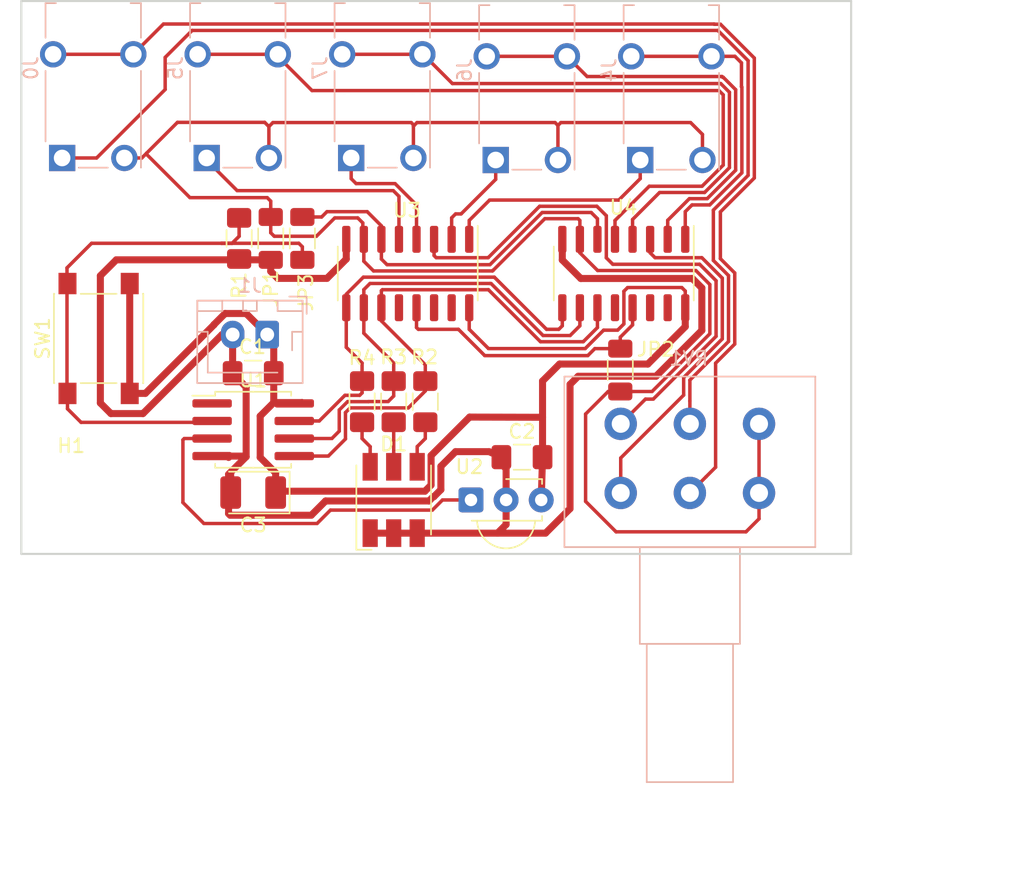
<source format=kicad_pcb>
(kicad_pcb (version 20171130) (host pcbnew 5.1.9)

  (general
    (thickness 1.6)
    (drawings 6)
    (tracks 373)
    (zones 0)
    (modules 25)
    (nets 26)
  )

  (page A4)
  (layers
    (0 F.Cu signal)
    (31 B.Cu signal hide)
    (32 B.Adhes user)
    (33 F.Adhes user)
    (34 B.Paste user)
    (35 F.Paste user)
    (36 B.SilkS user)
    (37 F.SilkS user)
    (38 B.Mask user)
    (39 F.Mask user)
    (40 Dwgs.User user)
    (41 Cmts.User user)
    (42 Eco1.User user)
    (43 Eco2.User user)
    (44 Edge.Cuts user)
    (45 Margin user)
    (46 B.CrtYd user)
    (47 F.CrtYd user)
    (48 B.Fab user)
    (49 F.Fab user)
  )

  (setup
    (last_trace_width 0.25)
    (user_trace_width 0.25)
    (user_trace_width 0.254)
    (user_trace_width 0.508)
    (user_trace_width 0.762)
    (user_trace_width 1)
    (user_trace_width 1.016)
    (trace_clearance 0.2)
    (zone_clearance 0.508)
    (zone_45_only no)
    (trace_min 0.25)
    (via_size 0.8)
    (via_drill 0.4)
    (via_min_size 0.4)
    (via_min_drill 0.3)
    (uvia_size 0.3)
    (uvia_drill 0.1)
    (uvias_allowed no)
    (uvia_min_size 0.2)
    (uvia_min_drill 0.1)
    (edge_width 0.05)
    (segment_width 0.2)
    (pcb_text_width 0.3)
    (pcb_text_size 1.5 1.5)
    (mod_edge_width 0.12)
    (mod_text_size 1 1)
    (mod_text_width 0.15)
    (pad_size 1.524 1.524)
    (pad_drill 0.762)
    (pad_to_mask_clearance 0.051)
    (solder_mask_min_width 0.25)
    (aux_axis_origin 0 30)
    (visible_elements FEFDFF7F)
    (pcbplotparams
      (layerselection 0x02080_7fffffff)
      (usegerberextensions false)
      (usegerberattributes false)
      (usegerberadvancedattributes false)
      (creategerberjobfile false)
      (excludeedgelayer true)
      (linewidth 0.100000)
      (plotframeref false)
      (viasonmask false)
      (mode 1)
      (useauxorigin false)
      (hpglpennumber 1)
      (hpglpenspeed 20)
      (hpglpendiameter 15.000000)
      (psnegative false)
      (psa4output false)
      (plotreference true)
      (plotvalue true)
      (plotinvisibletext false)
      (padsonsilk false)
      (subtractmaskfromsilk false)
      (outputformat 1)
      (mirror false)
      (drillshape 0)
      (scaleselection 1)
      (outputdirectory "/home/ogurezzz/Desktop/AudioMux 2.0/"))
  )

  (net 0 "")
  (net 1 GND)
  (net 2 VCC)
  (net 3 "Net-(D1-Pad6)")
  (net 4 "Net-(D1-Pad5)")
  (net 5 "Net-(D1-Pad4)")
  (net 6 "Net-(J4-PadR)")
  (net 7 "Net-(J4-PadT)")
  (net 8 "Net-(J5-PadR)")
  (net 9 "Net-(J5-PadT)")
  (net 10 "Net-(JP2-Pad1)")
  (net 11 "Net-(R4-Pad1)")
  (net 12 "Net-(U1-Pad3)")
  (net 13 "Net-(JP3-Pad2)")
  (net 14 "Net-(JP3-Pad1)")
  (net 15 "Net-(J0-PadS)")
  (net 16 "Net-(J0-PadR)")
  (net 17 "Net-(J0-PadT)")
  (net 18 "Net-(J6-PadR)")
  (net 19 "Net-(J6-PadT)")
  (net 20 "Net-(J7-PadR)")
  (net 21 "Net-(J7-PadT)")
  (net 22 "Net-(RV1-Pad6)")
  (net 23 "Net-(RV1-Pad3)")
  (net 24 "Net-(R2-Pad1)")
  (net 25 "Net-(R3-Pad1)")

  (net_class Default "Это класс цепей по умолчанию."
    (clearance 0.2)
    (trace_width 0.25)
    (via_dia 0.8)
    (via_drill 0.4)
    (uvia_dia 0.3)
    (uvia_drill 0.1)
    (add_net GND)
    (add_net "Net-(D1-Pad4)")
    (add_net "Net-(D1-Pad5)")
    (add_net "Net-(D1-Pad6)")
    (add_net "Net-(J0-PadR)")
    (add_net "Net-(J0-PadS)")
    (add_net "Net-(J0-PadT)")
    (add_net "Net-(J4-PadR)")
    (add_net "Net-(J4-PadT)")
    (add_net "Net-(J5-PadR)")
    (add_net "Net-(J5-PadT)")
    (add_net "Net-(J6-PadR)")
    (add_net "Net-(J6-PadT)")
    (add_net "Net-(J7-PadR)")
    (add_net "Net-(J7-PadT)")
    (add_net "Net-(JP2-Pad1)")
    (add_net "Net-(JP3-Pad1)")
    (add_net "Net-(JP3-Pad2)")
    (add_net "Net-(R2-Pad1)")
    (add_net "Net-(R3-Pad1)")
    (add_net "Net-(R4-Pad1)")
    (add_net "Net-(RV1-Pad3)")
    (add_net "Net-(RV1-Pad6)")
    (add_net "Net-(U1-Pad1)")
    (add_net "Net-(U1-Pad3)")
    (add_net "Net-(U3-Pad12)")
    (add_net "Net-(U3-Pad14)")
    (add_net "Net-(U3-Pad15)")
    (add_net "Net-(U4-Pad12)")
    (add_net "Net-(U4-Pad14)")
    (add_net "Net-(U4-Pad15)")
    (add_net VCC)
  )

  (module Connector_JST:JST_XH_B2B-XH-AM_1x02_P2.50mm_Vertical (layer B.Cu) (tedit 60537885) (tstamp 60550767)
    (at 17.78 24.13 180)
    (descr "JST XH series connector, B2B-XH-AM, with boss (http://www.jst-mfg.com/product/pdf/eng/eXH.pdf), generated with kicad-footprint-generator")
    (tags "connector JST XH vertical boss")
    (path /608CB530)
    (fp_text reference J1 (at 1.25 3.55 180) (layer B.SilkS)
      (effects (font (size 1 1) (thickness 0.15)) (justify mirror))
    )
    (fp_text value Conn_01x02_Male (at 1.25 -4.6 180) (layer B.Fab)
      (effects (font (size 1 1) (thickness 0.15)) (justify mirror))
    )
    (fp_line (start -2.45 2.35) (end -2.45 -3.4) (layer B.Fab) (width 0.1))
    (fp_line (start -2.45 -3.4) (end 4.95 -3.4) (layer B.Fab) (width 0.1))
    (fp_line (start 4.95 -3.4) (end 4.95 2.35) (layer B.Fab) (width 0.1))
    (fp_line (start 4.95 2.35) (end -2.45 2.35) (layer B.Fab) (width 0.1))
    (fp_line (start -2.56 2.46) (end -2.56 -3.51) (layer B.SilkS) (width 0.12))
    (fp_line (start -2.56 -3.51) (end 5.06 -3.51) (layer B.SilkS) (width 0.12))
    (fp_line (start 5.06 -3.51) (end 5.06 2.46) (layer B.SilkS) (width 0.12))
    (fp_line (start 5.06 2.46) (end -2.56 2.46) (layer B.SilkS) (width 0.12))
    (fp_line (start -2.95 2.85) (end -2.95 -3.9) (layer B.CrtYd) (width 0.05))
    (fp_line (start -2.95 -3.9) (end 5.45 -3.9) (layer B.CrtYd) (width 0.05))
    (fp_line (start 5.45 -3.9) (end 5.45 2.85) (layer B.CrtYd) (width 0.05))
    (fp_line (start 5.45 2.85) (end -2.95 2.85) (layer B.CrtYd) (width 0.05))
    (fp_line (start -0.625 2.35) (end 0 1.35) (layer B.Fab) (width 0.1))
    (fp_line (start 0 1.35) (end 0.625 2.35) (layer B.Fab) (width 0.1))
    (fp_line (start 0.75 2.45) (end 0.75 1.7) (layer B.SilkS) (width 0.12))
    (fp_line (start 0.75 1.7) (end 1.75 1.7) (layer B.SilkS) (width 0.12))
    (fp_line (start 1.75 1.7) (end 1.75 2.45) (layer B.SilkS) (width 0.12))
    (fp_line (start 1.75 2.45) (end 0.75 2.45) (layer B.SilkS) (width 0.12))
    (fp_line (start -2.55 2.45) (end -2.55 1.7) (layer B.SilkS) (width 0.12))
    (fp_line (start -2.55 1.7) (end -0.75 1.7) (layer B.SilkS) (width 0.12))
    (fp_line (start -0.75 1.7) (end -0.75 2.45) (layer B.SilkS) (width 0.12))
    (fp_line (start -0.75 2.45) (end -2.55 2.45) (layer B.SilkS) (width 0.12))
    (fp_line (start 3.25 2.45) (end 3.25 1.7) (layer B.SilkS) (width 0.12))
    (fp_line (start 3.25 1.7) (end 5.05 1.7) (layer B.SilkS) (width 0.12))
    (fp_line (start 5.05 1.7) (end 5.05 2.45) (layer B.SilkS) (width 0.12))
    (fp_line (start 5.05 2.45) (end 3.25 2.45) (layer B.SilkS) (width 0.12))
    (fp_line (start -2.55 0.2) (end -1.8 0.2) (layer B.SilkS) (width 0.12))
    (fp_line (start -1.8 0.2) (end -1.8 -1.14) (layer B.SilkS) (width 0.12))
    (fp_line (start 1.25 -2.75) (end -0.74 -2.75) (layer B.SilkS) (width 0.12))
    (fp_line (start 5.05 0.2) (end 4.3 0.2) (layer B.SilkS) (width 0.12))
    (fp_line (start 4.3 0.2) (end 4.3 -2.75) (layer B.SilkS) (width 0.12))
    (fp_line (start 4.3 -2.75) (end 1.25 -2.75) (layer B.SilkS) (width 0.12))
    (fp_line (start -1.6 2.75) (end -2.85 2.75) (layer B.SilkS) (width 0.12))
    (fp_line (start -2.85 2.75) (end -2.85 1.5) (layer B.SilkS) (width 0.12))
    (fp_text user %R (at 1.25 -2.7 180) (layer B.Fab)
      (effects (font (size 1 1) (thickness 0.15)) (justify mirror))
    )
    (pad 2 thru_hole oval (at 2.5 0 180) (size 1.7 2) (drill 1) (layers *.Cu *.Mask)
      (net 1 GND))
    (pad 1 thru_hole roundrect (at 0 0 180) (size 1.7 2) (drill 1) (layers *.Cu *.Mask) (roundrect_rratio 0.147059)
      (net 2 VCC))
    (model ${KISYS3DMOD}/Connector_JST.3dshapes/JST_XH_B2B-XH-AM_1x02_P2.50mm_Vertical.wrl
      (at (xyz 0 0 0))
      (scale (xyz 1 1 1))
      (rotate (xyz 0 0 0))
    )
  )

  (module Package_SO:SOIC-8_5.275x5.275mm_P1.27mm (layer F.Cu) (tedit 605373B0) (tstamp 601D83B1)
    (at 16.764 31.016)
    (descr "SOIC, 8 Pin (http://ww1.microchip.com/downloads/en/DeviceDoc/20005045C.pdf#page=23), generated with kicad-footprint-generator ipc_gullwing_generator.py")
    (tags "SOIC SO")
    (path /601D2248)
    (attr smd)
    (fp_text reference U1 (at 0 -3.59) (layer F.SilkS)
      (effects (font (size 1 1) (thickness 0.15)))
    )
    (fp_text value ATtiny25-20SSU (at 0 3.59) (layer F.Fab)
      (effects (font (size 1 1) (thickness 0.15)))
    )
    (fp_line (start 0 2.7475) (end 2.7475 2.7475) (layer F.SilkS) (width 0.12))
    (fp_line (start 2.7475 2.7475) (end 2.7475 2.465) (layer F.SilkS) (width 0.12))
    (fp_line (start 0 2.7475) (end -2.7475 2.7475) (layer F.SilkS) (width 0.12))
    (fp_line (start -2.7475 2.7475) (end -2.7475 2.465) (layer F.SilkS) (width 0.12))
    (fp_line (start 0 -2.7475) (end 2.7475 -2.7475) (layer F.SilkS) (width 0.12))
    (fp_line (start 2.7475 -2.7475) (end 2.7475 -2.465) (layer F.SilkS) (width 0.12))
    (fp_line (start 0 -2.7475) (end -2.7475 -2.7475) (layer F.SilkS) (width 0.12))
    (fp_line (start -2.7475 -2.7475) (end -2.7475 -2.465) (layer F.SilkS) (width 0.12))
    (fp_line (start -2.7475 -2.465) (end -4.4 -2.465) (layer F.SilkS) (width 0.12))
    (fp_line (start -1.6375 -2.6375) (end 2.6375 -2.6375) (layer F.Fab) (width 0.1))
    (fp_line (start 2.6375 -2.6375) (end 2.6375 2.6375) (layer F.Fab) (width 0.1))
    (fp_line (start 2.6375 2.6375) (end -2.6375 2.6375) (layer F.Fab) (width 0.1))
    (fp_line (start -2.6375 2.6375) (end -2.6375 -1.6375) (layer F.Fab) (width 0.1))
    (fp_line (start -2.6375 -1.6375) (end -1.6375 -2.6375) (layer F.Fab) (width 0.1))
    (fp_line (start -4.65 -2.89) (end -4.65 2.89) (layer F.CrtYd) (width 0.05))
    (fp_line (start -4.65 2.89) (end 4.65 2.89) (layer F.CrtYd) (width 0.05))
    (fp_line (start 4.65 2.89) (end 4.65 -2.89) (layer F.CrtYd) (width 0.05))
    (fp_line (start 4.65 -2.89) (end -4.65 -2.89) (layer F.CrtYd) (width 0.05))
    (fp_text user %R (at 0 0) (layer F.Fab)
      (effects (font (size 1 1) (thickness 0.15)))
    )
    (pad 8 smd roundrect (at 2.97 -1.905) (size 2.85 0.6) (layers F.Cu F.Paste F.Mask) (roundrect_rratio 0.25)
      (net 2 VCC))
    (pad 7 smd roundrect (at 2.97 -0.635) (size 2.85 0.6) (layers F.Cu F.Paste F.Mask) (roundrect_rratio 0.25)
      (net 11 "Net-(R4-Pad1)"))
    (pad 6 smd roundrect (at 2.97 0.635) (size 2.85 0.6) (layers F.Cu F.Paste F.Mask) (roundrect_rratio 0.25)
      (net 25 "Net-(R3-Pad1)"))
    (pad 5 smd roundrect (at 2.97 1.905) (size 2.85 0.6) (layers F.Cu F.Paste F.Mask) (roundrect_rratio 0.25)
      (net 24 "Net-(R2-Pad1)"))
    (pad 4 smd roundrect (at -2.97 1.905) (size 2.85 0.6) (layers F.Cu F.Paste F.Mask) (roundrect_rratio 0.25)
      (net 1 GND))
    (pad 3 smd roundrect (at -2.97 0.635) (size 2.85 0.6) (layers F.Cu F.Paste F.Mask) (roundrect_rratio 0.25)
      (net 12 "Net-(U1-Pad3)"))
    (pad 2 smd roundrect (at -2.97 -0.635) (size 2.85 0.6) (layers F.Cu F.Paste F.Mask) (roundrect_rratio 0.25)
      (net 14 "Net-(JP3-Pad1)"))
    (pad 1 smd roundrect (at -2.97 -1.905) (size 2.85 0.6) (layers F.Cu F.Paste F.Mask) (roundrect_rratio 0.25))
    (model ${KISYS3DMOD}/Package_SO.3dshapes/SOIC-8_5.275x5.275mm_P1.27mm.wrl
      (at (xyz 0 0 0))
      (scale (xyz 1 1 1))
      (rotate (xyz 0 0 0))
    )
  )

  (module MountingHole:MountingHole_3.2mm_M3 locked (layer F.Cu) (tedit 56D1B4CB) (tstamp 60208AB1)
    (at 56.3372 14.986)
    (descr "Mounting Hole 3.2mm, no annular, M3")
    (tags "mounting hole 3.2mm no annular m3")
    (path /604068C6)
    (attr virtual)
    (fp_text reference H2 (at 0 -4.2) (layer F.SilkS) hide
      (effects (font (size 1 1) (thickness 0.15)))
    )
    (fp_text value MountingHole (at 0 4.2) (layer F.Fab) hide
      (effects (font (size 1 1) (thickness 0.15)))
    )
    (fp_circle (center 0 0) (end 3.45 0) (layer F.CrtYd) (width 0.05))
    (fp_circle (center 0 0) (end 3.2 0) (layer Cmts.User) (width 0.15))
    (fp_text user %R (at 0 -0.0508) (layer F.Fab)
      (effects (font (size 1 1) (thickness 0.15)))
    )
    (pad 1 np_thru_hole circle (at 0 0) (size 3.2 3.2) (drill 3.2) (layers *.Cu *.Mask))
  )

  (module MountingHole:MountingHole_3.2mm_M3 locked (layer F.Cu) (tedit 56D1B4CB) (tstamp 60208F1F)
    (at 3.6068 36.3728)
    (descr "Mounting Hole 3.2mm, no annular, M3")
    (tags "mounting hole 3.2mm no annular m3")
    (path /60405ADA)
    (attr virtual)
    (fp_text reference H1 (at 0 -4.2) (layer F.SilkS)
      (effects (font (size 1 1) (thickness 0.15)))
    )
    (fp_text value MountingHole (at 0 4.2) (layer F.Fab)
      (effects (font (size 1 1) (thickness 0.15)))
    )
    (fp_circle (center 0 0) (end 3.45 0) (layer F.CrtYd) (width 0.05))
    (fp_circle (center 0 0) (end 3.2 0) (layer Cmts.User) (width 0.15))
    (fp_text user %R (at 0.3 0) (layer F.Fab)
      (effects (font (size 1 1) (thickness 0.15)))
    )
    (pad 1 np_thru_hole circle (at 0 0) (size 3.2 3.2) (drill 3.2) (layers *.Cu *.Mask))
  )

  (module Resistor_SMD:R_1206_3216Metric_Pad1.30x1.75mm_HandSolder (layer F.Cu) (tedit 5F68FEEE) (tstamp 601F50C1)
    (at 20.32 17.173 90)
    (descr "Resistor SMD 1206 (3216 Metric), square (rectangular) end terminal, IPC_7351 nominal with elongated pad for handsoldering. (Body size source: IPC-SM-782 page 72, https://www.pcb-3d.com/wordpress/wp-content/uploads/ipc-sm-782a_amendment_1_and_2.pdf), generated with kicad-footprint-generator")
    (tags "resistor handsolder")
    (path /602BE8EE)
    (attr smd)
    (fp_text reference JP3 (at -3.909 0.254 270) (layer F.SilkS)
      (effects (font (size 1 1) (thickness 0.15)))
    )
    (fp_text value Jumper_2_Open (at 0 1.82 90) (layer F.Fab)
      (effects (font (size 1 1) (thickness 0.15)))
    )
    (fp_line (start 2.45 1.12) (end -2.45 1.12) (layer F.CrtYd) (width 0.05))
    (fp_line (start 2.45 -1.12) (end 2.45 1.12) (layer F.CrtYd) (width 0.05))
    (fp_line (start -2.45 -1.12) (end 2.45 -1.12) (layer F.CrtYd) (width 0.05))
    (fp_line (start -2.45 1.12) (end -2.45 -1.12) (layer F.CrtYd) (width 0.05))
    (fp_line (start -0.727064 0.91) (end 0.727064 0.91) (layer F.SilkS) (width 0.12))
    (fp_line (start -0.727064 -0.91) (end 0.727064 -0.91) (layer F.SilkS) (width 0.12))
    (fp_line (start 1.6 0.8) (end -1.6 0.8) (layer F.Fab) (width 0.1))
    (fp_line (start 1.6 -0.8) (end 1.6 0.8) (layer F.Fab) (width 0.1))
    (fp_line (start -1.6 -0.8) (end 1.6 -0.8) (layer F.Fab) (width 0.1))
    (fp_line (start -1.6 0.8) (end -1.6 -0.8) (layer F.Fab) (width 0.1))
    (fp_text user %R (at 0 0 90) (layer F.Fab)
      (effects (font (size 0.8 0.8) (thickness 0.12)))
    )
    (pad 2 smd roundrect (at 1.55 0 90) (size 1.3 1.75) (layers F.Cu F.Paste F.Mask) (roundrect_rratio 0.192308)
      (net 13 "Net-(JP3-Pad2)"))
    (pad 1 smd roundrect (at -1.55 0 90) (size 1.3 1.75) (layers F.Cu F.Paste F.Mask) (roundrect_rratio 0.192308)
      (net 14 "Net-(JP3-Pad1)"))
    (model ${KISYS3DMOD}/Resistor_SMD.3dshapes/R_1206_3216Metric.wrl
      (at (xyz 0 0 0))
      (scale (xyz 1 1 1))
      (rotate (xyz 0 0 0))
    )
  )

  (module Resistor_SMD:R_1206_3216Metric_Pad1.30x1.75mm_HandSolder (layer F.Cu) (tedit 5F68FEEE) (tstamp 601D8312)
    (at 43.307 26.698 270)
    (descr "Resistor SMD 1206 (3216 Metric), square (rectangular) end terminal, IPC_7351 nominal with elongated pad for handsoldering. (Body size source: IPC-SM-782 page 72, https://www.pcb-3d.com/wordpress/wp-content/uploads/ipc-sm-782a_amendment_1_and_2.pdf), generated with kicad-footprint-generator")
    (tags "resistor handsolder")
    (path /60277E3D)
    (attr smd)
    (fp_text reference JP2 (at -1.5012 -2.5654 180) (layer F.SilkS)
      (effects (font (size 1 1) (thickness 0.15)))
    )
    (fp_text value Jumper_2_Open (at 0 1.82 90) (layer F.Fab)
      (effects (font (size 1 1) (thickness 0.15)))
    )
    (fp_line (start 2.45 1.12) (end -2.45 1.12) (layer F.CrtYd) (width 0.05))
    (fp_line (start 2.45 -1.12) (end 2.45 1.12) (layer F.CrtYd) (width 0.05))
    (fp_line (start -2.45 -1.12) (end 2.45 -1.12) (layer F.CrtYd) (width 0.05))
    (fp_line (start -2.45 1.12) (end -2.45 -1.12) (layer F.CrtYd) (width 0.05))
    (fp_line (start -0.727064 0.91) (end 0.727064 0.91) (layer F.SilkS) (width 0.12))
    (fp_line (start -0.727064 -0.91) (end 0.727064 -0.91) (layer F.SilkS) (width 0.12))
    (fp_line (start 1.6 0.8) (end -1.6 0.8) (layer F.Fab) (width 0.1))
    (fp_line (start 1.6 -0.8) (end 1.6 0.8) (layer F.Fab) (width 0.1))
    (fp_line (start -1.6 -0.8) (end 1.6 -0.8) (layer F.Fab) (width 0.1))
    (fp_line (start -1.6 0.8) (end -1.6 -0.8) (layer F.Fab) (width 0.1))
    (fp_text user %R (at 0 0 90) (layer F.Fab)
      (effects (font (size 0.8 0.8) (thickness 0.12)))
    )
    (pad 2 smd roundrect (at 1.55 0 270) (size 1.3 1.75) (layers F.Cu F.Paste F.Mask) (roundrect_rratio 0.192308)
      (net 15 "Net-(J0-PadS)"))
    (pad 1 smd roundrect (at -1.55 0 270) (size 1.3 1.75) (layers F.Cu F.Paste F.Mask) (roundrect_rratio 0.192308)
      (net 10 "Net-(JP2-Pad1)"))
    (model ${KISYS3DMOD}/Resistor_SMD.3dshapes/R_1206_3216Metric.wrl
      (at (xyz 0 0 0))
      (scale (xyz 1 1 1))
      (rotate (xyz 0 0 0))
    )
  )

  (module Resistor_SMD:R_1206_3216Metric_Pad1.30x1.75mm_HandSolder (layer F.Cu) (tedit 5F68FEEE) (tstamp 601D8300)
    (at 18.034 17.173 270)
    (descr "Resistor SMD 1206 (3216 Metric), square (rectangular) end terminal, IPC_7351 nominal with elongated pad for handsoldering. (Body size source: IPC-SM-782 page 72, https://www.pcb-3d.com/wordpress/wp-content/uploads/ipc-sm-782a_amendment_1_and_2.pdf), generated with kicad-footprint-generator")
    (tags "resistor handsolder")
    (path /60272FF9)
    (attr smd)
    (fp_text reference JP1 (at 3.655 0 270) (layer F.SilkS)
      (effects (font (size 1 1) (thickness 0.15)))
    )
    (fp_text value Jumper_2_Open (at 0.607 1.016 90) (layer F.Fab)
      (effects (font (size 1 1) (thickness 0.15)))
    )
    (fp_line (start 2.45 1.12) (end -2.45 1.12) (layer F.CrtYd) (width 0.05))
    (fp_line (start 2.45 -1.12) (end 2.45 1.12) (layer F.CrtYd) (width 0.05))
    (fp_line (start -2.45 -1.12) (end 2.45 -1.12) (layer F.CrtYd) (width 0.05))
    (fp_line (start -2.45 1.12) (end -2.45 -1.12) (layer F.CrtYd) (width 0.05))
    (fp_line (start -0.727064 0.91) (end 0.727064 0.91) (layer F.SilkS) (width 0.12))
    (fp_line (start -0.727064 -0.91) (end 0.727064 -0.91) (layer F.SilkS) (width 0.12))
    (fp_line (start 1.6 0.8) (end -1.6 0.8) (layer F.Fab) (width 0.1))
    (fp_line (start 1.6 -0.8) (end 1.6 0.8) (layer F.Fab) (width 0.1))
    (fp_line (start -1.6 -0.8) (end 1.6 -0.8) (layer F.Fab) (width 0.1))
    (fp_line (start -1.6 0.8) (end -1.6 -0.8) (layer F.Fab) (width 0.1))
    (fp_text user %R (at 0 0 90) (layer F.Fab)
      (effects (font (size 0.8 0.8) (thickness 0.12)))
    )
    (pad 2 smd roundrect (at 1.55 0 270) (size 1.3 1.75) (layers F.Cu F.Paste F.Mask) (roundrect_rratio 0.192308)
      (net 1 GND))
    (pad 1 smd roundrect (at -1.55 0 270) (size 1.3 1.75) (layers F.Cu F.Paste F.Mask) (roundrect_rratio 0.192308)
      (net 15 "Net-(J0-PadS)"))
    (model ${KISYS3DMOD}/Resistor_SMD.3dshapes/R_1206_3216Metric.wrl
      (at (xyz 0 0 0))
      (scale (xyz 1 1 1))
      (rotate (xyz 0 0 0))
    )
  )

  (module Connector_Audio:Jack_3.5mm_Switronic_ST-005-G_horizontal (layer B.Cu) (tedit 5D744875) (tstamp 601D82B0)
    (at 36.55 5 270)
    (descr "3.5mm horizontal headphones jack, http://akizukidenshi.com/download/ds/switronic/ST-005-G.pdf")
    (tags "Connector Audio Switronic ST-005-G")
    (path /601F6AED)
    (fp_text reference J6 (at 0 4.5 90) (layer B.SilkS)
      (effects (font (size 1 1) (thickness 0.15)) (justify mirror))
    )
    (fp_text value AudioJack3 (at 0 -4.5 90) (layer B.Fab)
      (effects (font (size 1 1) (thickness 0.15)) (justify mirror))
    )
    (fp_line (start 7.2 1.05) (end 7.2 -1.05) (layer B.SilkS) (width 0.12))
    (fp_line (start 0.2 -3.45) (end 7.2 -3.45) (layer B.SilkS) (width 0.12))
    (fp_line (start 0.2 3.45) (end 5.3 3.45) (layer B.SilkS) (width 0.12))
    (fp_line (start -4.7 3.45) (end -2.2 3.45) (layer B.SilkS) (width 0.12))
    (fp_line (start -4.7 2.7) (end -4.7 3.45) (layer B.SilkS) (width 0.12))
    (fp_line (start -4.7 -3.45) (end -4.7 -2.7) (layer B.SilkS) (width 0.12))
    (fp_line (start -2.2 -3.45) (end -4.7 -3.45) (layer B.SilkS) (width 0.12))
    (fp_line (start -7 -2.5) (end -7 2.5) (layer B.Fab) (width 0.1))
    (fp_line (start -4.5 -2.5) (end -7 -2.5) (layer B.Fab) (width 0.1))
    (fp_line (start -4.5 -3.25) (end -4.5 -2.5) (layer B.Fab) (width 0.1))
    (fp_line (start 7 -3.25) (end -4.5 -3.25) (layer B.Fab) (width 0.1))
    (fp_line (start 7 3.25) (end 7 -3.25) (layer B.Fab) (width 0.1))
    (fp_line (start -4.5 3.25) (end 7 3.25) (layer B.Fab) (width 0.1))
    (fp_line (start -4.5 2.5) (end -4.5 3.25) (layer B.Fab) (width 0.1))
    (fp_line (start -7 2.5) (end -4.5 2.5) (layer B.Fab) (width 0.1))
    (fp_line (start 7.95 4.35) (end -7.5 4.35) (layer B.CrtYd) (width 0.05))
    (fp_line (start 7.95 -4.35) (end 7.95 4.35) (layer B.CrtYd) (width 0.05))
    (fp_line (start -7.5 -4.35) (end 7.95 -4.35) (layer B.CrtYd) (width 0.05))
    (fp_line (start -7.5 4.35) (end -7.5 -4.35) (layer B.CrtYd) (width 0.05))
    (fp_circle (center 6.5 1.05) (end 6.8 1.05) (layer B.Fab) (width 0.1))
    (fp_text user %R (at -8.537 0 180) (layer B.Fab)
      (effects (font (size 0.7 0.7) (thickness 0.1)) (justify mirror))
    )
    (pad "" np_thru_hole circle (at 2.5 2.5 270) (size 1 1) (drill 1) (layers *.Cu *.Mask))
    (pad "" np_thru_hole circle (at 2.5 -2.5 270) (size 1 1) (drill 1) (layers *.Cu *.Mask))
    (pad S thru_hole circle (at 6.5 -2.25 270) (size 1.9 1.9) (drill 1.2) (layers *.Cu *.Mask)
      (net 15 "Net-(J0-PadS)"))
    (pad R thru_hole rect (at 6.5 2.25 270) (size 1.9 1.9) (drill 1.2) (layers *.Cu *.Mask)
      (net 18 "Net-(J6-PadR)"))
    (pad T thru_hole circle (at -1 -2.9 270) (size 1.9 1.9) (drill 1.2) (layers *.Cu *.Mask)
      (net 19 "Net-(J6-PadT)"))
    (pad T thru_hole circle (at -1 2.9 270) (size 1.9 1.9) (drill 1.2) (layers *.Cu *.Mask)
      (net 19 "Net-(J6-PadT)"))
    (model /home/ogurezzz/Documents/Coding/KiCAD/!MyLibs/3D_Models/sj2-35894c-smt-tr.step
      (offset (xyz 0 0 2.5))
      (scale (xyz 1 1 1))
      (rotate (xyz 0 0 -90))
    )
  )

  (module Capacitor_Tantalum_SMD:CP_EIA-3528-21_Kemet-B_Pad1.50x2.35mm_HandSolder (layer F.Cu) (tedit 5EBA9318) (tstamp 60536BFB)
    (at 16.764 35.56 180)
    (descr "Tantalum Capacitor SMD Kemet-B (3528-21 Metric), IPC_7351 nominal, (Body size from: http://www.kemet.com/Lists/ProductCatalog/Attachments/253/KEM_TC101_STD.pdf), generated with kicad-footprint-generator")
    (tags "capacitor tantalum")
    (path /601F145F)
    (attr smd)
    (fp_text reference C3 (at 0 -2.35) (layer F.SilkS)
      (effects (font (size 1 1) (thickness 0.15)))
    )
    (fp_text value 4.7uF (at 0 2.35) (layer F.Fab)
      (effects (font (size 1 1) (thickness 0.15)))
    )
    (fp_line (start 2.62 1.65) (end -2.62 1.65) (layer F.CrtYd) (width 0.05))
    (fp_line (start 2.62 -1.65) (end 2.62 1.65) (layer F.CrtYd) (width 0.05))
    (fp_line (start -2.62 -1.65) (end 2.62 -1.65) (layer F.CrtYd) (width 0.05))
    (fp_line (start -2.62 1.65) (end -2.62 -1.65) (layer F.CrtYd) (width 0.05))
    (fp_line (start -2.635 1.51) (end 1.75 1.51) (layer F.SilkS) (width 0.12))
    (fp_line (start -2.635 -1.51) (end -2.635 1.51) (layer F.SilkS) (width 0.12))
    (fp_line (start 1.75 -1.51) (end -2.635 -1.51) (layer F.SilkS) (width 0.12))
    (fp_line (start 1.75 1.4) (end 1.75 -1.4) (layer F.Fab) (width 0.1))
    (fp_line (start -1.75 1.4) (end 1.75 1.4) (layer F.Fab) (width 0.1))
    (fp_line (start -1.75 -0.7) (end -1.75 1.4) (layer F.Fab) (width 0.1))
    (fp_line (start -1.05 -1.4) (end -1.75 -0.7) (layer F.Fab) (width 0.1))
    (fp_line (start 1.75 -1.4) (end -1.05 -1.4) (layer F.Fab) (width 0.1))
    (fp_text user %R (at 0 0) (layer F.Fab)
      (effects (font (size 0.88 0.88) (thickness 0.13)))
    )
    (pad 2 smd roundrect (at 1.625 0 180) (size 1.5 2.35) (layers F.Cu F.Paste F.Mask) (roundrect_rratio 0.166667)
      (net 1 GND))
    (pad 1 smd roundrect (at -1.625 0 180) (size 1.5 2.35) (layers F.Cu F.Paste F.Mask) (roundrect_rratio 0.166667)
      (net 2 VCC))
    (model ${KISYS3DMOD}/Capacitor_Tantalum_SMD.3dshapes/CP_EIA-3528-21_Kemet-B.wrl
      (at (xyz 0 0 0))
      (scale (xyz 1 1 1))
      (rotate (xyz 0 0 0))
    )
  )

  (module Connector_Audio:Jack_3.5mm_Switronic_ST-005-G_horizontal (layer B.Cu) (tedit 5D744875) (tstamp 601D82EE)
    (at 5.2 4.854 270)
    (descr "3.5mm horizontal headphones jack, http://akizukidenshi.com/download/ds/switronic/ST-005-G.pdf")
    (tags "Connector Audio Switronic ST-005-G")
    (path /601ED50D)
    (fp_text reference J0 (at 0 4.5 90) (layer B.SilkS)
      (effects (font (size 1 1) (thickness 0.15)) (justify mirror))
    )
    (fp_text value AudioJack3 (at 0 -4.5 90) (layer B.Fab)
      (effects (font (size 1 1) (thickness 0.15)) (justify mirror))
    )
    (fp_line (start 7.2 1.05) (end 7.2 -1.05) (layer B.SilkS) (width 0.12))
    (fp_line (start 0.2 -3.45) (end 7.2 -3.45) (layer B.SilkS) (width 0.12))
    (fp_line (start 0.2 3.45) (end 5.3 3.45) (layer B.SilkS) (width 0.12))
    (fp_line (start -4.7 3.45) (end -2.2 3.45) (layer B.SilkS) (width 0.12))
    (fp_line (start -4.7 2.7) (end -4.7 3.45) (layer B.SilkS) (width 0.12))
    (fp_line (start -4.7 -3.45) (end -4.7 -2.7) (layer B.SilkS) (width 0.12))
    (fp_line (start -2.2 -3.45) (end -4.7 -3.45) (layer B.SilkS) (width 0.12))
    (fp_line (start -7 -2.5) (end -7 2.5) (layer B.Fab) (width 0.1))
    (fp_line (start -4.5 -2.5) (end -7 -2.5) (layer B.Fab) (width 0.1))
    (fp_line (start -4.5 -3.25) (end -4.5 -2.5) (layer B.Fab) (width 0.1))
    (fp_line (start 7 -3.25) (end -4.5 -3.25) (layer B.Fab) (width 0.1))
    (fp_line (start 7 3.25) (end 7 -3.25) (layer B.Fab) (width 0.1))
    (fp_line (start -4.5 3.25) (end 7 3.25) (layer B.Fab) (width 0.1))
    (fp_line (start -4.5 2.5) (end -4.5 3.25) (layer B.Fab) (width 0.1))
    (fp_line (start -7 2.5) (end -4.5 2.5) (layer B.Fab) (width 0.1))
    (fp_line (start 7.95 4.35) (end -7.5 4.35) (layer B.CrtYd) (width 0.05))
    (fp_line (start 7.95 -4.35) (end 7.95 4.35) (layer B.CrtYd) (width 0.05))
    (fp_line (start -7.5 -4.35) (end 7.95 -4.35) (layer B.CrtYd) (width 0.05))
    (fp_line (start -7.5 4.35) (end -7.5 -4.35) (layer B.CrtYd) (width 0.05))
    (fp_circle (center 6.5 1.05) (end 6.8 1.05) (layer B.Fab) (width 0.1))
    (fp_text user %R (at -8.537 -0.254 180) (layer B.Fab)
      (effects (font (size 0.7 0.7) (thickness 0.1)) (justify mirror))
    )
    (pad "" np_thru_hole circle (at 2.5 2.5 270) (size 1 1) (drill 1) (layers *.Cu *.Mask))
    (pad "" np_thru_hole circle (at 2.5 -2.5 270) (size 1 1) (drill 1) (layers *.Cu *.Mask))
    (pad S thru_hole circle (at 6.5 -2.25 270) (size 1.9 1.9) (drill 1.2) (layers *.Cu *.Mask)
      (net 15 "Net-(J0-PadS)"))
    (pad R thru_hole rect (at 6.5 2.25 270) (size 1.9 1.9) (drill 1.2) (layers *.Cu *.Mask)
      (net 16 "Net-(J0-PadR)"))
    (pad T thru_hole circle (at -1 -2.9 270) (size 1.9 1.9) (drill 1.2) (layers *.Cu *.Mask)
      (net 17 "Net-(J0-PadT)"))
    (pad T thru_hole circle (at -1 2.9 270) (size 1.9 1.9) (drill 1.2) (layers *.Cu *.Mask)
      (net 17 "Net-(J0-PadT)"))
    (model /home/ogurezzz/Documents/Coding/KiCAD/!MyLibs/3D_Models/sj2-35894c-smt-tr.step
      (offset (xyz 0 0 2.5))
      (scale (xyz 1 1 1))
      (rotate (xyz 0 0 -90))
    )
  )

  (module Button_Switch_SMD:SW_Push_1P1T_NO_6x6mm_H9.5mm (layer F.Cu) (tedit 5CA1CA7F) (tstamp 601D8397)
    (at 5.588 24.412 90)
    (descr "tactile push button, 6x6mm e.g. PTS645xx series, height=9.5mm")
    (tags "tact sw push 6mm smd")
    (path /601D6CD7)
    (attr smd)
    (fp_text reference SW1 (at 0 -4.05 90) (layer F.SilkS)
      (effects (font (size 1 1) (thickness 0.15)))
    )
    (fp_text value SW_Push (at 0 4.15 90) (layer F.Fab)
      (effects (font (size 1 1) (thickness 0.15)))
    )
    (fp_circle (center 0 0) (end 1.75 -0.05) (layer F.Fab) (width 0.1))
    (fp_line (start -3.23 3.23) (end 3.23 3.23) (layer F.SilkS) (width 0.12))
    (fp_line (start -3.23 -1.3) (end -3.23 1.3) (layer F.SilkS) (width 0.12))
    (fp_line (start -3.23 -3.23) (end 3.23 -3.23) (layer F.SilkS) (width 0.12))
    (fp_line (start 3.23 -1.3) (end 3.23 1.3) (layer F.SilkS) (width 0.12))
    (fp_line (start -3.23 -3.2) (end -3.23 -3.23) (layer F.SilkS) (width 0.12))
    (fp_line (start -3.23 3.23) (end -3.23 3.2) (layer F.SilkS) (width 0.12))
    (fp_line (start 3.23 3.23) (end 3.23 3.2) (layer F.SilkS) (width 0.12))
    (fp_line (start 3.23 -3.23) (end 3.23 -3.2) (layer F.SilkS) (width 0.12))
    (fp_line (start -5 -3.25) (end 5 -3.25) (layer F.CrtYd) (width 0.05))
    (fp_line (start -5 3.25) (end 5 3.25) (layer F.CrtYd) (width 0.05))
    (fp_line (start -5 -3.25) (end -5 3.25) (layer F.CrtYd) (width 0.05))
    (fp_line (start 5 3.25) (end 5 -3.25) (layer F.CrtYd) (width 0.05))
    (fp_line (start 3 -3) (end -3 -3) (layer F.Fab) (width 0.1))
    (fp_line (start 3 3) (end 3 -3) (layer F.Fab) (width 0.1))
    (fp_line (start -3 3) (end 3 3) (layer F.Fab) (width 0.1))
    (fp_line (start -3 -3) (end -3 3) (layer F.Fab) (width 0.1))
    (fp_text user %R (at 0 -4.05 90) (layer F.Fab)
      (effects (font (size 1 1) (thickness 0.15)))
    )
    (pad 2 smd rect (at 3.975 2.25 90) (size 1.55 1.3) (layers F.Cu F.Paste F.Mask)
      (net 2 VCC))
    (pad 1 smd rect (at 3.975 -2.25 90) (size 1.55 1.3) (layers F.Cu F.Paste F.Mask)
      (net 14 "Net-(JP3-Pad1)"))
    (pad 1 smd rect (at -3.975 -2.25 90) (size 1.55 1.3) (layers F.Cu F.Paste F.Mask)
      (net 14 "Net-(JP3-Pad1)"))
    (pad 2 smd rect (at -3.975 2.25 90) (size 1.55 1.3) (layers F.Cu F.Paste F.Mask)
      (net 2 VCC))
    (model ${KISYS3DMOD}/Button_Switch_SMD.3dshapes/SW_PUSH_6mm_H9.5mm.wrl
      (at (xyz 0 0 0))
      (scale (xyz 1 1 1))
      (rotate (xyz 0 0 0))
    )
    (model ${KISYS3DMOD}/Button_Switch_SMD.3dshapes/SW_SPST_PTS645.step
      (at (xyz 0 0 0))
      (scale (xyz 1 1 1))
      (rotate (xyz 0 0 0))
    )
  )

  (module Resistor_SMD:R_1206_3216Metric_Pad1.42x1.75mm_HandSolder (layer F.Cu) (tedit 5B301BBD) (tstamp 601D8356)
    (at 24.638 28.984 270)
    (descr "Resistor SMD 1206 (3216 Metric), square (rectangular) end terminal, IPC_7351 nominal with elongated pad for handsoldering. (Body size source: http://www.tortai-tech.com/upload/download/2011102023233369053.pdf), generated with kicad-footprint-generator")
    (tags "resistor handsolder")
    (path /601E6E32)
    (attr smd)
    (fp_text reference R4 (at -3.1776 0 180) (layer F.SilkS)
      (effects (font (size 1 1) (thickness 0.15)))
    )
    (fp_text value 1k (at 0 1.82 90) (layer F.Fab)
      (effects (font (size 1 1) (thickness 0.15)))
    )
    (fp_line (start 2.45 1.12) (end -2.45 1.12) (layer F.CrtYd) (width 0.05))
    (fp_line (start 2.45 -1.12) (end 2.45 1.12) (layer F.CrtYd) (width 0.05))
    (fp_line (start -2.45 -1.12) (end 2.45 -1.12) (layer F.CrtYd) (width 0.05))
    (fp_line (start -2.45 1.12) (end -2.45 -1.12) (layer F.CrtYd) (width 0.05))
    (fp_line (start -0.602064 0.91) (end 0.602064 0.91) (layer F.SilkS) (width 0.12))
    (fp_line (start -0.602064 -0.91) (end 0.602064 -0.91) (layer F.SilkS) (width 0.12))
    (fp_line (start 1.6 0.8) (end -1.6 0.8) (layer F.Fab) (width 0.1))
    (fp_line (start 1.6 -0.8) (end 1.6 0.8) (layer F.Fab) (width 0.1))
    (fp_line (start -1.6 -0.8) (end 1.6 -0.8) (layer F.Fab) (width 0.1))
    (fp_line (start -1.6 0.8) (end -1.6 -0.8) (layer F.Fab) (width 0.1))
    (fp_text user %R (at 0 0 90) (layer F.Fab)
      (effects (font (size 0.8 0.8) (thickness 0.12)))
    )
    (pad 2 smd roundrect (at 1.4875 0 270) (size 1.425 1.75) (layers F.Cu F.Paste F.Mask) (roundrect_rratio 0.175439)
      (net 3 "Net-(D1-Pad6)"))
    (pad 1 smd roundrect (at -1.4875 0 270) (size 1.425 1.75) (layers F.Cu F.Paste F.Mask) (roundrect_rratio 0.175439)
      (net 11 "Net-(R4-Pad1)"))
    (model ${KISYS3DMOD}/Resistor_SMD.3dshapes/R_1206_3216Metric.wrl
      (at (xyz 0 0 0))
      (scale (xyz 1 1 1))
      (rotate (xyz 0 0 0))
    )
  )

  (module Resistor_SMD:R_1206_3216Metric_Pad1.42x1.75mm_HandSolder (layer F.Cu) (tedit 5B301BBD) (tstamp 601D8334)
    (at 29.21 28.984 270)
    (descr "Resistor SMD 1206 (3216 Metric), square (rectangular) end terminal, IPC_7351 nominal with elongated pad for handsoldering. (Body size source: http://www.tortai-tech.com/upload/download/2011102023233369053.pdf), generated with kicad-footprint-generator")
    (tags "resistor handsolder")
    (path /601E639A)
    (attr smd)
    (fp_text reference R2 (at -3.2284 0.0508 180) (layer F.SilkS)
      (effects (font (size 1 1) (thickness 0.15)))
    )
    (fp_text value 1k (at 0 1.82 90) (layer F.Fab)
      (effects (font (size 1 1) (thickness 0.15)))
    )
    (fp_line (start 2.45 1.12) (end -2.45 1.12) (layer F.CrtYd) (width 0.05))
    (fp_line (start 2.45 -1.12) (end 2.45 1.12) (layer F.CrtYd) (width 0.05))
    (fp_line (start -2.45 -1.12) (end 2.45 -1.12) (layer F.CrtYd) (width 0.05))
    (fp_line (start -2.45 1.12) (end -2.45 -1.12) (layer F.CrtYd) (width 0.05))
    (fp_line (start -0.602064 0.91) (end 0.602064 0.91) (layer F.SilkS) (width 0.12))
    (fp_line (start -0.602064 -0.91) (end 0.602064 -0.91) (layer F.SilkS) (width 0.12))
    (fp_line (start 1.6 0.8) (end -1.6 0.8) (layer F.Fab) (width 0.1))
    (fp_line (start 1.6 -0.8) (end 1.6 0.8) (layer F.Fab) (width 0.1))
    (fp_line (start -1.6 -0.8) (end 1.6 -0.8) (layer F.Fab) (width 0.1))
    (fp_line (start -1.6 0.8) (end -1.6 -0.8) (layer F.Fab) (width 0.1))
    (fp_text user %R (at 0 0 90) (layer F.Fab)
      (effects (font (size 0.8 0.8) (thickness 0.12)))
    )
    (pad 2 smd roundrect (at 1.4875 0 270) (size 1.425 1.75) (layers F.Cu F.Paste F.Mask) (roundrect_rratio 0.175439)
      (net 5 "Net-(D1-Pad4)"))
    (pad 1 smd roundrect (at -1.4875 0 270) (size 1.425 1.75) (layers F.Cu F.Paste F.Mask) (roundrect_rratio 0.175439)
      (net 24 "Net-(R2-Pad1)"))
    (model ${KISYS3DMOD}/Resistor_SMD.3dshapes/R_1206_3216Metric.wrl
      (at (xyz 0 0 0))
      (scale (xyz 1 1 1))
      (rotate (xyz 0 0 0))
    )
  )

  (module Resistor_SMD:R_1206_3216Metric_Pad1.42x1.75mm_HandSolder (layer F.Cu) (tedit 5B301BBD) (tstamp 601D8345)
    (at 26.924 28.984 270)
    (descr "Resistor SMD 1206 (3216 Metric), square (rectangular) end terminal, IPC_7351 nominal with elongated pad for handsoldering. (Body size source: http://www.tortai-tech.com/upload/download/2011102023233369053.pdf), generated with kicad-footprint-generator")
    (tags "resistor handsolder")
    (path /601E6BC7)
    (attr smd)
    (fp_text reference R3 (at -3.2284 0 180) (layer F.SilkS)
      (effects (font (size 1 1) (thickness 0.15)))
    )
    (fp_text value 1k (at 0 1.82 90) (layer F.Fab)
      (effects (font (size 1 1) (thickness 0.15)))
    )
    (fp_line (start 2.45 1.12) (end -2.45 1.12) (layer F.CrtYd) (width 0.05))
    (fp_line (start 2.45 -1.12) (end 2.45 1.12) (layer F.CrtYd) (width 0.05))
    (fp_line (start -2.45 -1.12) (end 2.45 -1.12) (layer F.CrtYd) (width 0.05))
    (fp_line (start -2.45 1.12) (end -2.45 -1.12) (layer F.CrtYd) (width 0.05))
    (fp_line (start -0.602064 0.91) (end 0.602064 0.91) (layer F.SilkS) (width 0.12))
    (fp_line (start -0.602064 -0.91) (end 0.602064 -0.91) (layer F.SilkS) (width 0.12))
    (fp_line (start 1.6 0.8) (end -1.6 0.8) (layer F.Fab) (width 0.1))
    (fp_line (start 1.6 -0.8) (end 1.6 0.8) (layer F.Fab) (width 0.1))
    (fp_line (start -1.6 -0.8) (end 1.6 -0.8) (layer F.Fab) (width 0.1))
    (fp_line (start -1.6 0.8) (end -1.6 -0.8) (layer F.Fab) (width 0.1))
    (fp_text user %R (at 0 0 90) (layer F.Fab)
      (effects (font (size 0.8 0.8) (thickness 0.12)))
    )
    (pad 2 smd roundrect (at 1.4875 0 270) (size 1.425 1.75) (layers F.Cu F.Paste F.Mask) (roundrect_rratio 0.175439)
      (net 4 "Net-(D1-Pad5)"))
    (pad 1 smd roundrect (at -1.4875 0 270) (size 1.425 1.75) (layers F.Cu F.Paste F.Mask) (roundrect_rratio 0.175439)
      (net 25 "Net-(R3-Pad1)"))
    (model ${KISYS3DMOD}/Resistor_SMD.3dshapes/R_1206_3216Metric.wrl
      (at (xyz 0 0 0))
      (scale (xyz 1 1 1))
      (rotate (xyz 0 0 0))
    )
  )

  (module Resistor_SMD:R_1206_3216Metric_Pad1.42x1.75mm_HandSolder (layer F.Cu) (tedit 5B301BBD) (tstamp 60551744)
    (at 15.748 17.173 90)
    (descr "Resistor SMD 1206 (3216 Metric), square (rectangular) end terminal, IPC_7351 nominal with elongated pad for handsoldering. (Body size source: http://www.tortai-tech.com/upload/download/2011102023233369053.pdf), generated with kicad-footprint-generator")
    (tags "resistor handsolder")
    (path /601D7DAF)
    (attr smd)
    (fp_text reference R1 (at -3.401 0 90) (layer F.SilkS)
      (effects (font (size 1 1) (thickness 0.15)))
    )
    (fp_text value 10k (at 0.155 -2.032 90) (layer F.Fab)
      (effects (font (size 1 1) (thickness 0.15)))
    )
    (fp_line (start 2.45 1.12) (end -2.45 1.12) (layer F.CrtYd) (width 0.05))
    (fp_line (start 2.45 -1.12) (end 2.45 1.12) (layer F.CrtYd) (width 0.05))
    (fp_line (start -2.45 -1.12) (end 2.45 -1.12) (layer F.CrtYd) (width 0.05))
    (fp_line (start -2.45 1.12) (end -2.45 -1.12) (layer F.CrtYd) (width 0.05))
    (fp_line (start -0.602064 0.91) (end 0.602064 0.91) (layer F.SilkS) (width 0.12))
    (fp_line (start -0.602064 -0.91) (end 0.602064 -0.91) (layer F.SilkS) (width 0.12))
    (fp_line (start 1.6 0.8) (end -1.6 0.8) (layer F.Fab) (width 0.1))
    (fp_line (start 1.6 -0.8) (end 1.6 0.8) (layer F.Fab) (width 0.1))
    (fp_line (start -1.6 -0.8) (end 1.6 -0.8) (layer F.Fab) (width 0.1))
    (fp_line (start -1.6 0.8) (end -1.6 -0.8) (layer F.Fab) (width 0.1))
    (fp_text user %R (at 0 -0.127 90) (layer F.Fab)
      (effects (font (size 0.8 0.8) (thickness 0.12)))
    )
    (pad 2 smd roundrect (at 1.4875 0 90) (size 1.425 1.75) (layers F.Cu F.Paste F.Mask) (roundrect_rratio 0.175439)
      (net 14 "Net-(JP3-Pad1)"))
    (pad 1 smd roundrect (at -1.4875 0 90) (size 1.425 1.75) (layers F.Cu F.Paste F.Mask) (roundrect_rratio 0.175439)
      (net 1 GND))
    (model ${KISYS3DMOD}/Resistor_SMD.3dshapes/R_1206_3216Metric.wrl
      (at (xyz 0 0 0))
      (scale (xyz 1 1 1))
      (rotate (xyz 0 0 0))
    )
  )

  (module Potentiometer_THT:Potentiometer_Alps_RK163_Dual_Horizontal (layer B.Cu) (tedit 5A3D4993) (tstamp 601D837D)
    (at 53.34 35.588 270)
    (descr "Potentiometer, horizontal, Alps RK163 Dual, http://www.alps.com/prod/info/E/HTML/Potentiometer/RotaryPotentiometers/RK16/RK16_list.html")
    (tags "Potentiometer horizontal Alps RK163 Dual")
    (path /602406DE)
    (fp_text reference RV1 (at -9.7308 5.08 180) (layer B.SilkS)
      (effects (font (size 1 1) (thickness 0.15)) (justify mirror))
    )
    (fp_text value R_POT_Dual (at 0 -5.2 90) (layer B.Fab)
      (effects (font (size 1 1) (thickness 0.15)) (justify mirror))
    )
    (fp_line (start 21.05 14.2) (end -8.55 14.2) (layer B.CrtYd) (width 0.05))
    (fp_line (start 21.05 -4.2) (end 21.05 14.2) (layer B.CrtYd) (width 0.05))
    (fp_line (start -8.55 -4.2) (end 21.05 -4.2) (layer B.CrtYd) (width 0.05))
    (fp_line (start -8.55 14.2) (end -8.55 -4.2) (layer B.CrtYd) (width 0.05))
    (fp_line (start 20.92 8.12) (end 20.92 1.879) (layer B.SilkS) (width 0.12))
    (fp_line (start 10.92 8.12) (end 10.92 1.879) (layer B.SilkS) (width 0.12))
    (fp_line (start 10.92 1.879) (end 20.92 1.879) (layer B.SilkS) (width 0.12))
    (fp_line (start 10.92 8.12) (end 20.92 8.12) (layer B.SilkS) (width 0.12))
    (fp_line (start 10.92 8.62) (end 10.92 1.38) (layer B.SilkS) (width 0.12))
    (fp_line (start 3.92 8.62) (end 3.92 1.38) (layer B.SilkS) (width 0.12))
    (fp_line (start 3.92 1.38) (end 10.92 1.38) (layer B.SilkS) (width 0.12))
    (fp_line (start 3.92 8.62) (end 10.92 8.62) (layer B.SilkS) (width 0.12))
    (fp_line (start 3.92 14.07) (end 3.92 -4.07) (layer B.SilkS) (width 0.12))
    (fp_line (start -8.42 14.07) (end -8.42 -4.07) (layer B.SilkS) (width 0.12))
    (fp_line (start -8.42 -4.07) (end 3.92 -4.07) (layer B.SilkS) (width 0.12))
    (fp_line (start -8.42 14.07) (end 3.92 14.07) (layer B.SilkS) (width 0.12))
    (fp_line (start 20.8 8) (end 10.8 8) (layer B.Fab) (width 0.1))
    (fp_line (start 20.8 2) (end 20.8 8) (layer B.Fab) (width 0.1))
    (fp_line (start 10.8 2) (end 20.8 2) (layer B.Fab) (width 0.1))
    (fp_line (start 10.8 8) (end 10.8 2) (layer B.Fab) (width 0.1))
    (fp_line (start 10.8 8.5) (end 3.8 8.5) (layer B.Fab) (width 0.1))
    (fp_line (start 10.8 1.5) (end 10.8 8.5) (layer B.Fab) (width 0.1))
    (fp_line (start 3.8 1.5) (end 10.8 1.5) (layer B.Fab) (width 0.1))
    (fp_line (start 3.8 8.5) (end 3.8 1.5) (layer B.Fab) (width 0.1))
    (fp_line (start 3.8 13.95) (end -8.3 13.95) (layer B.Fab) (width 0.1))
    (fp_line (start 3.8 -3.95) (end 3.8 13.95) (layer B.Fab) (width 0.1))
    (fp_line (start -8.3 -3.95) (end 3.8 -3.95) (layer B.Fab) (width 0.1))
    (fp_line (start -8.3 13.95) (end -8.3 -3.95) (layer B.Fab) (width 0.1))
    (fp_text user %R (at -2.25 5 90) (layer B.Fab)
      (effects (font (size 1 1) (thickness 0.15)) (justify mirror))
    )
    (pad 4 thru_hole circle (at -5 0 270) (size 2.34 2.34) (drill 1.3) (layers *.Cu *.Mask)
      (net 15 "Net-(J0-PadS)"))
    (pad 5 thru_hole circle (at -5 5 270) (size 2.34 2.34) (drill 1.3) (layers *.Cu *.Mask)
      (net 16 "Net-(J0-PadR)"))
    (pad 6 thru_hole circle (at -5 10 270) (size 2.34 2.34) (drill 1.3) (layers *.Cu *.Mask)
      (net 22 "Net-(RV1-Pad6)"))
    (pad 1 thru_hole circle (at 0 0 270) (size 2.34 2.34) (drill 1.3) (layers *.Cu *.Mask)
      (net 15 "Net-(J0-PadS)"))
    (pad 2 thru_hole circle (at 0 5 270) (size 2.34 2.34) (drill 1.3) (layers *.Cu *.Mask)
      (net 17 "Net-(J0-PadT)"))
    (pad 3 thru_hole circle (at 0 10 270) (size 2.34 2.34) (drill 1.3) (layers *.Cu *.Mask)
      (net 23 "Net-(RV1-Pad3)"))
    (model "/home/ogurezzz/Documents/Coding/KiCAD/!MyLibs/3D_Models/Potentiometer - Potentiometer.step"
      (offset (xyz -5.5 5 12.5))
      (scale (xyz 1 1 1))
      (rotate (xyz -90 0 -90))
    )
  )

  (module Capacitor_SMD:C_1206_3216Metric_Pad1.42x1.75mm_HandSolder (layer F.Cu) (tedit 5B301BBE) (tstamp 60546656)
    (at 16.764 26.924 180)
    (descr "Capacitor SMD 1206 (3216 Metric), square (rectangular) end terminal, IPC_7351 nominal with elongated pad for handsoldering. (Body size source: http://www.tortai-tech.com/upload/download/2011102023233369053.pdf), generated with kicad-footprint-generator")
    (tags "capacitor handsolder")
    (path /6029C360)
    (attr smd)
    (fp_text reference C1 (at 0.0508 1.9076) (layer F.SilkS)
      (effects (font (size 1 1) (thickness 0.15)))
    )
    (fp_text value 0.1uF (at 0 1.82) (layer F.Fab)
      (effects (font (size 1 1) (thickness 0.15)))
    )
    (fp_line (start 2.45 1.12) (end -2.45 1.12) (layer F.CrtYd) (width 0.05))
    (fp_line (start 2.45 -1.12) (end 2.45 1.12) (layer F.CrtYd) (width 0.05))
    (fp_line (start -2.45 -1.12) (end 2.45 -1.12) (layer F.CrtYd) (width 0.05))
    (fp_line (start -2.45 1.12) (end -2.45 -1.12) (layer F.CrtYd) (width 0.05))
    (fp_line (start -0.602064 0.91) (end 0.602064 0.91) (layer F.SilkS) (width 0.12))
    (fp_line (start -0.602064 -0.91) (end 0.602064 -0.91) (layer F.SilkS) (width 0.12))
    (fp_line (start 1.6 0.8) (end -1.6 0.8) (layer F.Fab) (width 0.1))
    (fp_line (start 1.6 -0.8) (end 1.6 0.8) (layer F.Fab) (width 0.1))
    (fp_line (start -1.6 -0.8) (end 1.6 -0.8) (layer F.Fab) (width 0.1))
    (fp_line (start -1.6 0.8) (end -1.6 -0.8) (layer F.Fab) (width 0.1))
    (fp_text user %R (at 0 0) (layer F.Fab)
      (effects (font (size 0.8 0.8) (thickness 0.12)))
    )
    (pad 2 smd roundrect (at 1.4875 0 180) (size 1.425 1.75) (layers F.Cu F.Paste F.Mask) (roundrect_rratio 0.175439)
      (net 1 GND))
    (pad 1 smd roundrect (at -1.4875 0 180) (size 1.425 1.75) (layers F.Cu F.Paste F.Mask) (roundrect_rratio 0.175439)
      (net 2 VCC))
    (model ${KISYS3DMOD}/Capacitor_SMD.3dshapes/C_1206_3216Metric.wrl
      (at (xyz 0 0 0))
      (scale (xyz 1 1 1))
      (rotate (xyz 0 0 0))
    )
  )

  (module Package_SO:SOIC-16_3.9x9.9mm_P1.27mm (layer F.Cu) (tedit 5D9F72B1) (tstamp 601D840C)
    (at 43.561 19.713 270)
    (descr "SOIC, 16 Pin (JEDEC MS-012AC, https://www.analog.com/media/en/package-pcb-resources/package/pkg_pdf/soic_narrow-r/r_16.pdf), generated with kicad-footprint-generator ipc_gullwing_generator.py")
    (tags "SOIC SO")
    (path /601D3596)
    (attr smd)
    (fp_text reference U4 (at -4.7778 0.0254 180) (layer F.SilkS)
      (effects (font (size 1 1) (thickness 0.15)))
    )
    (fp_text value 74HC4051 (at 0 5.9 90) (layer F.Fab)
      (effects (font (size 1 1) (thickness 0.15)))
    )
    (fp_line (start 3.7 -5.2) (end -3.7 -5.2) (layer F.CrtYd) (width 0.05))
    (fp_line (start 3.7 5.2) (end 3.7 -5.2) (layer F.CrtYd) (width 0.05))
    (fp_line (start -3.7 5.2) (end 3.7 5.2) (layer F.CrtYd) (width 0.05))
    (fp_line (start -3.7 -5.2) (end -3.7 5.2) (layer F.CrtYd) (width 0.05))
    (fp_line (start -1.95 -3.975) (end -0.975 -4.95) (layer F.Fab) (width 0.1))
    (fp_line (start -1.95 4.95) (end -1.95 -3.975) (layer F.Fab) (width 0.1))
    (fp_line (start 1.95 4.95) (end -1.95 4.95) (layer F.Fab) (width 0.1))
    (fp_line (start 1.95 -4.95) (end 1.95 4.95) (layer F.Fab) (width 0.1))
    (fp_line (start -0.975 -4.95) (end 1.95 -4.95) (layer F.Fab) (width 0.1))
    (fp_line (start 0 -5.06) (end -3.45 -5.06) (layer F.SilkS) (width 0.12))
    (fp_line (start 0 -5.06) (end 1.95 -5.06) (layer F.SilkS) (width 0.12))
    (fp_line (start 0 5.06) (end -1.95 5.06) (layer F.SilkS) (width 0.12))
    (fp_line (start 0 5.06) (end 1.95 5.06) (layer F.SilkS) (width 0.12))
    (fp_text user %R (at 0 0 90) (layer F.Fab)
      (effects (font (size 0.98 0.98) (thickness 0.15)))
    )
    (pad 16 smd roundrect (at 2.475 -4.445 270) (size 1.95 0.6) (layers F.Cu F.Paste F.Mask) (roundrect_rratio 0.25)
      (net 2 VCC))
    (pad 15 smd roundrect (at 2.475 -3.175 270) (size 1.95 0.6) (layers F.Cu F.Paste F.Mask) (roundrect_rratio 0.25))
    (pad 14 smd roundrect (at 2.475 -1.905 270) (size 1.95 0.6) (layers F.Cu F.Paste F.Mask) (roundrect_rratio 0.25))
    (pad 13 smd roundrect (at 2.475 -0.635 270) (size 1.95 0.6) (layers F.Cu F.Paste F.Mask) (roundrect_rratio 0.25)
      (net 10 "Net-(JP2-Pad1)"))
    (pad 12 smd roundrect (at 2.475 0.635 270) (size 1.95 0.6) (layers F.Cu F.Paste F.Mask) (roundrect_rratio 0.25))
    (pad 11 smd roundrect (at 2.475 1.905 270) (size 1.95 0.6) (layers F.Cu F.Paste F.Mask) (roundrect_rratio 0.25)
      (net 24 "Net-(R2-Pad1)"))
    (pad 10 smd roundrect (at 2.475 3.175 270) (size 1.95 0.6) (layers F.Cu F.Paste F.Mask) (roundrect_rratio 0.25)
      (net 25 "Net-(R3-Pad1)"))
    (pad 9 smd roundrect (at 2.475 4.445 270) (size 1.95 0.6) (layers F.Cu F.Paste F.Mask) (roundrect_rratio 0.25)
      (net 11 "Net-(R4-Pad1)"))
    (pad 8 smd roundrect (at -2.475 4.445 270) (size 1.95 0.6) (layers F.Cu F.Paste F.Mask) (roundrect_rratio 0.25)
      (net 1 GND))
    (pad 7 smd roundrect (at -2.475 3.175 270) (size 1.95 0.6) (layers F.Cu F.Paste F.Mask) (roundrect_rratio 0.25)
      (net 15 "Net-(J0-PadS)"))
    (pad 6 smd roundrect (at -2.475 1.905 270) (size 1.95 0.6) (layers F.Cu F.Paste F.Mask) (roundrect_rratio 0.25)
      (net 13 "Net-(JP3-Pad2)"))
    (pad 5 smd roundrect (at -2.475 0.635 270) (size 1.95 0.6) (layers F.Cu F.Paste F.Mask) (roundrect_rratio 0.25)
      (net 9 "Net-(J5-PadT)"))
    (pad 4 smd roundrect (at -2.475 -0.635 270) (size 1.95 0.6) (layers F.Cu F.Paste F.Mask) (roundrect_rratio 0.25)
      (net 21 "Net-(J7-PadT)"))
    (pad 3 smd roundrect (at -2.475 -1.905 270) (size 1.95 0.6) (layers F.Cu F.Paste F.Mask) (roundrect_rratio 0.25)
      (net 23 "Net-(RV1-Pad3)"))
    (pad 2 smd roundrect (at -2.475 -3.175 270) (size 1.95 0.6) (layers F.Cu F.Paste F.Mask) (roundrect_rratio 0.25)
      (net 19 "Net-(J6-PadT)"))
    (pad 1 smd roundrect (at -2.475 -4.445 270) (size 1.95 0.6) (layers F.Cu F.Paste F.Mask) (roundrect_rratio 0.25)
      (net 7 "Net-(J4-PadT)"))
    (model ${KISYS3DMOD}/Package_SO.3dshapes/SOIC-16_3.9x9.9mm_P1.27mm.wrl
      (at (xyz 0 0 0))
      (scale (xyz 1 1 1))
      (rotate (xyz 0 0 0))
    )
  )

  (module OptoDevice:Vishay_MINICAST-3Pin (layer F.Cu) (tedit 5B8886B7) (tstamp 601D83C8)
    (at 32.512 36.096)
    (descr "IR Receiver Vishay TSOP-xxxx, MINICAST package, see https://www.vishay.com/docs/82669/tsop32s40f.pdf")
    (tags "IR Receiver Vishay TSOP-xxxx MINICAST")
    (path /6029F4FF)
    (fp_text reference U2 (at -0.112 -2.4 180) (layer F.SilkS)
      (effects (font (size 1 1) (thickness 0.15)))
    )
    (fp_text value TSMP58138 (at 2.55 4.6 180) (layer F.Fab)
      (effects (font (size 1 1) (thickness 0.15)))
    )
    (fp_line (start 0.79 -1.4) (end 0.04 -0.65) (layer F.Fab) (width 0.1))
    (fp_line (start 6.23 3.7) (end -1.15 3.7) (layer F.CrtYd) (width 0.05))
    (fp_line (start 6.23 3.7) (end 6.23 -1.65) (layer F.CrtYd) (width 0.05))
    (fp_line (start -1.15 -1.65) (end -1.15 3.7) (layer F.CrtYd) (width 0.05))
    (fp_line (start -1.15 -1.65) (end 6.23 -1.65) (layer F.CrtYd) (width 0.05))
    (fp_line (start 0.04 1.4) (end 0.04 -0.65) (layer F.Fab) (width 0.1))
    (fp_line (start 5.04 1.4) (end 0.04 1.4) (layer F.Fab) (width 0.1))
    (fp_line (start 5.04 -1.4) (end 5.04 1.4) (layer F.Fab) (width 0.1))
    (fp_line (start 0.79 -1.4) (end 5.04 -1.4) (layer F.Fab) (width 0.1))
    (fp_line (start 5.14 1.5) (end 0.05 1.5) (layer F.SilkS) (width 0.12))
    (fp_line (start 5.14 1.16) (end 5.14 1.5) (layer F.SilkS) (width 0.12))
    (fp_line (start 5.14 -1.51) (end 2.54 -1.51) (layer F.SilkS) (width 0.12))
    (fp_line (start 5.14 -1.16) (end 5.14 -1.51) (layer F.SilkS) (width 0.12))
    (fp_arc (start 2.54 1.4) (end 4.54 1.4) (angle 180) (layer F.Fab) (width 0.1))
    (fp_arc (start 2.54 1.4) (end 4.64 1.5) (angle 174.5) (layer F.SilkS) (width 0.12))
    (fp_text user %R (at 2.54 0) (layer F.Fab)
      (effects (font (size 1 1) (thickness 0.15)))
    )
    (pad 3 thru_hole circle (at 5.08 0) (size 1.8 1.8) (drill 0.9) (layers *.Cu *.Mask)
      (net 2 VCC))
    (pad 2 thru_hole circle (at 2.54 0) (size 1.8 1.8) (drill 0.9) (layers *.Cu *.Mask)
      (net 1 GND))
    (pad 1 thru_hole roundrect (at 0 0) (size 1.8 1.8) (drill 0.9) (layers *.Cu *.Mask) (roundrect_rratio 0.139)
      (net 12 "Net-(U1-Pad3)"))
    (model ${KISYS3DMOD}/OptoDevice.3dshapes/Vishay_MINICAST-3Pin.wrl
      (at (xyz 0 0 0))
      (scale (xyz 1 1 1))
      (rotate (xyz 0 0 0))
    )
  )

  (module Package_SO:SOIC-16_3.9x9.9mm_P1.27mm (layer F.Cu) (tedit 5D9F72B1) (tstamp 601D83EA)
    (at 27.94 19.713 270)
    (descr "SOIC, 16 Pin (JEDEC MS-012AC, https://www.analog.com/media/en/package-pcb-resources/package/pkg_pdf/soic_narrow-r/r_16.pdf), generated with kicad-footprint-generator ipc_gullwing_generator.py")
    (tags "SOIC SO")
    (path /601D1246)
    (attr smd)
    (fp_text reference U3 (at -4.5746 0.0508 180) (layer F.SilkS)
      (effects (font (size 1 1) (thickness 0.15)))
    )
    (fp_text value 74HC4051 (at 0 5.9 90) (layer F.Fab)
      (effects (font (size 1 1) (thickness 0.15)))
    )
    (fp_line (start 3.7 -5.2) (end -3.7 -5.2) (layer F.CrtYd) (width 0.05))
    (fp_line (start 3.7 5.2) (end 3.7 -5.2) (layer F.CrtYd) (width 0.05))
    (fp_line (start -3.7 5.2) (end 3.7 5.2) (layer F.CrtYd) (width 0.05))
    (fp_line (start -3.7 -5.2) (end -3.7 5.2) (layer F.CrtYd) (width 0.05))
    (fp_line (start -1.95 -3.975) (end -0.975 -4.95) (layer F.Fab) (width 0.1))
    (fp_line (start -1.95 4.95) (end -1.95 -3.975) (layer F.Fab) (width 0.1))
    (fp_line (start 1.95 4.95) (end -1.95 4.95) (layer F.Fab) (width 0.1))
    (fp_line (start 1.95 -4.95) (end 1.95 4.95) (layer F.Fab) (width 0.1))
    (fp_line (start -0.975 -4.95) (end 1.95 -4.95) (layer F.Fab) (width 0.1))
    (fp_line (start 0 -5.06) (end -3.45 -5.06) (layer F.SilkS) (width 0.12))
    (fp_line (start 0 -5.06) (end 1.95 -5.06) (layer F.SilkS) (width 0.12))
    (fp_line (start 0 5.06) (end -1.95 5.06) (layer F.SilkS) (width 0.12))
    (fp_line (start 0 5.06) (end 1.95 5.06) (layer F.SilkS) (width 0.12))
    (fp_text user %R (at 0 0 90) (layer F.Fab)
      (effects (font (size 0.98 0.98) (thickness 0.15)))
    )
    (pad 16 smd roundrect (at 2.475 -4.445 270) (size 1.95 0.6) (layers F.Cu F.Paste F.Mask) (roundrect_rratio 0.25)
      (net 2 VCC))
    (pad 15 smd roundrect (at 2.475 -3.175 270) (size 1.95 0.6) (layers F.Cu F.Paste F.Mask) (roundrect_rratio 0.25))
    (pad 14 smd roundrect (at 2.475 -1.905 270) (size 1.95 0.6) (layers F.Cu F.Paste F.Mask) (roundrect_rratio 0.25))
    (pad 13 smd roundrect (at 2.475 -0.635 270) (size 1.95 0.6) (layers F.Cu F.Paste F.Mask) (roundrect_rratio 0.25)
      (net 10 "Net-(JP2-Pad1)"))
    (pad 12 smd roundrect (at 2.475 0.635 270) (size 1.95 0.6) (layers F.Cu F.Paste F.Mask) (roundrect_rratio 0.25))
    (pad 11 smd roundrect (at 2.475 1.905 270) (size 1.95 0.6) (layers F.Cu F.Paste F.Mask) (roundrect_rratio 0.25)
      (net 24 "Net-(R2-Pad1)"))
    (pad 10 smd roundrect (at 2.475 3.175 270) (size 1.95 0.6) (layers F.Cu F.Paste F.Mask) (roundrect_rratio 0.25)
      (net 25 "Net-(R3-Pad1)"))
    (pad 9 smd roundrect (at 2.475 4.445 270) (size 1.95 0.6) (layers F.Cu F.Paste F.Mask) (roundrect_rratio 0.25)
      (net 11 "Net-(R4-Pad1)"))
    (pad 8 smd roundrect (at -2.475 4.445 270) (size 1.95 0.6) (layers F.Cu F.Paste F.Mask) (roundrect_rratio 0.25)
      (net 1 GND))
    (pad 7 smd roundrect (at -2.475 3.175 270) (size 1.95 0.6) (layers F.Cu F.Paste F.Mask) (roundrect_rratio 0.25)
      (net 15 "Net-(J0-PadS)"))
    (pad 6 smd roundrect (at -2.475 1.905 270) (size 1.95 0.6) (layers F.Cu F.Paste F.Mask) (roundrect_rratio 0.25)
      (net 13 "Net-(JP3-Pad2)"))
    (pad 5 smd roundrect (at -2.475 0.635 270) (size 1.95 0.6) (layers F.Cu F.Paste F.Mask) (roundrect_rratio 0.25)
      (net 8 "Net-(J5-PadR)"))
    (pad 4 smd roundrect (at -2.475 -0.635 270) (size 1.95 0.6) (layers F.Cu F.Paste F.Mask) (roundrect_rratio 0.25)
      (net 20 "Net-(J7-PadR)"))
    (pad 3 smd roundrect (at -2.475 -1.905 270) (size 1.95 0.6) (layers F.Cu F.Paste F.Mask) (roundrect_rratio 0.25)
      (net 22 "Net-(RV1-Pad6)"))
    (pad 2 smd roundrect (at -2.475 -3.175 270) (size 1.95 0.6) (layers F.Cu F.Paste F.Mask) (roundrect_rratio 0.25)
      (net 18 "Net-(J6-PadR)"))
    (pad 1 smd roundrect (at -2.475 -4.445 270) (size 1.95 0.6) (layers F.Cu F.Paste F.Mask) (roundrect_rratio 0.25)
      (net 6 "Net-(J4-PadR)"))
    (model ${KISYS3DMOD}/Package_SO.3dshapes/SOIC-16_3.9x9.9mm_P1.27mm.wrl
      (at (xyz 0 0 0))
      (scale (xyz 1 1 1))
      (rotate (xyz 0 0 0))
    )
  )

  (module Connector_Audio:Jack_3.5mm_Switronic_ST-005-G_horizontal (layer B.Cu) (tedit 5D744875) (tstamp 601D8291)
    (at 15.65 4.854 270)
    (descr "3.5mm horizontal headphones jack, http://akizukidenshi.com/download/ds/switronic/ST-005-G.pdf")
    (tags "Connector Audio Switronic ST-005-G")
    (path /601F642B)
    (fp_text reference J5 (at 0 4.5 90) (layer B.SilkS)
      (effects (font (size 1 1) (thickness 0.15)) (justify mirror))
    )
    (fp_text value AudioJack3 (at 0 -4.5 90) (layer B.Fab)
      (effects (font (size 1 1) (thickness 0.15)) (justify mirror))
    )
    (fp_line (start 7.2 1.05) (end 7.2 -1.05) (layer B.SilkS) (width 0.12))
    (fp_line (start 0.2 -3.45) (end 7.2 -3.45) (layer B.SilkS) (width 0.12))
    (fp_line (start 0.2 3.45) (end 5.3 3.45) (layer B.SilkS) (width 0.12))
    (fp_line (start -4.7 3.45) (end -2.2 3.45) (layer B.SilkS) (width 0.12))
    (fp_line (start -4.7 2.7) (end -4.7 3.45) (layer B.SilkS) (width 0.12))
    (fp_line (start -4.7 -3.45) (end -4.7 -2.7) (layer B.SilkS) (width 0.12))
    (fp_line (start -2.2 -3.45) (end -4.7 -3.45) (layer B.SilkS) (width 0.12))
    (fp_line (start -7 -2.5) (end -7 2.5) (layer B.Fab) (width 0.1))
    (fp_line (start -4.5 -2.5) (end -7 -2.5) (layer B.Fab) (width 0.1))
    (fp_line (start -4.5 -3.25) (end -4.5 -2.5) (layer B.Fab) (width 0.1))
    (fp_line (start 7 -3.25) (end -4.5 -3.25) (layer B.Fab) (width 0.1))
    (fp_line (start 7 3.25) (end 7 -3.25) (layer B.Fab) (width 0.1))
    (fp_line (start -4.5 3.25) (end 7 3.25) (layer B.Fab) (width 0.1))
    (fp_line (start -4.5 2.5) (end -4.5 3.25) (layer B.Fab) (width 0.1))
    (fp_line (start -7 2.5) (end -4.5 2.5) (layer B.Fab) (width 0.1))
    (fp_line (start 7.95 4.35) (end -7.5 4.35) (layer B.CrtYd) (width 0.05))
    (fp_line (start 7.95 -4.35) (end 7.95 4.35) (layer B.CrtYd) (width 0.05))
    (fp_line (start -7.5 -4.35) (end 7.95 -4.35) (layer B.CrtYd) (width 0.05))
    (fp_line (start -7.5 4.35) (end -7.5 -4.35) (layer B.CrtYd) (width 0.05))
    (fp_circle (center 6.5 1.05) (end 6.8 1.05) (layer B.Fab) (width 0.1))
    (fp_text user %R (at -8.41 -0.127 180) (layer B.Fab)
      (effects (font (size 0.7 0.7) (thickness 0.1)) (justify mirror))
    )
    (pad "" np_thru_hole circle (at 2.5 2.5 270) (size 1 1) (drill 1) (layers *.Cu *.Mask))
    (pad "" np_thru_hole circle (at 2.5 -2.5 270) (size 1 1) (drill 1) (layers *.Cu *.Mask))
    (pad S thru_hole circle (at 6.5 -2.25 270) (size 1.9 1.9) (drill 1.2) (layers *.Cu *.Mask)
      (net 15 "Net-(J0-PadS)"))
    (pad R thru_hole rect (at 6.5 2.25 270) (size 1.9 1.9) (drill 1.2) (layers *.Cu *.Mask)
      (net 8 "Net-(J5-PadR)"))
    (pad T thru_hole circle (at -1 -2.9 270) (size 1.9 1.9) (drill 1.2) (layers *.Cu *.Mask)
      (net 9 "Net-(J5-PadT)"))
    (pad T thru_hole circle (at -1 2.9 270) (size 1.9 1.9) (drill 1.2) (layers *.Cu *.Mask)
      (net 9 "Net-(J5-PadT)"))
    (model /home/ogurezzz/Documents/Coding/KiCAD/!MyLibs/3D_Models/sj2-35894c-smt-tr.step
      (offset (xyz 0 0 2.5))
      (scale (xyz 1 1 1))
      (rotate (xyz 0 0 -90))
    )
  )

  (module Connector_Audio:Jack_3.5mm_Switronic_ST-005-G_horizontal (layer B.Cu) (tedit 5D744875) (tstamp 601D82CF)
    (at 26.1 4.854 270)
    (descr "3.5mm horizontal headphones jack, http://akizukidenshi.com/download/ds/switronic/ST-005-G.pdf")
    (tags "Connector Audio Switronic ST-005-G")
    (path /601F6E2B)
    (fp_text reference J7 (at 0 4.5 90) (layer B.SilkS)
      (effects (font (size 1 1) (thickness 0.15)) (justify mirror))
    )
    (fp_text value AudioJack3 (at 0 -4.5 90) (layer B.Fab)
      (effects (font (size 1 1) (thickness 0.15)) (justify mirror))
    )
    (fp_line (start 7.2 1.05) (end 7.2 -1.05) (layer B.SilkS) (width 0.12))
    (fp_line (start 0.2 -3.45) (end 7.2 -3.45) (layer B.SilkS) (width 0.12))
    (fp_line (start 0.2 3.45) (end 5.3 3.45) (layer B.SilkS) (width 0.12))
    (fp_line (start -4.7 3.45) (end -2.2 3.45) (layer B.SilkS) (width 0.12))
    (fp_line (start -4.7 2.7) (end -4.7 3.45) (layer B.SilkS) (width 0.12))
    (fp_line (start -4.7 -3.45) (end -4.7 -2.7) (layer B.SilkS) (width 0.12))
    (fp_line (start -2.2 -3.45) (end -4.7 -3.45) (layer B.SilkS) (width 0.12))
    (fp_line (start -7 -2.5) (end -7 2.5) (layer B.Fab) (width 0.1))
    (fp_line (start -4.5 -2.5) (end -7 -2.5) (layer B.Fab) (width 0.1))
    (fp_line (start -4.5 -3.25) (end -4.5 -2.5) (layer B.Fab) (width 0.1))
    (fp_line (start 7 -3.25) (end -4.5 -3.25) (layer B.Fab) (width 0.1))
    (fp_line (start 7 3.25) (end 7 -3.25) (layer B.Fab) (width 0.1))
    (fp_line (start -4.5 3.25) (end 7 3.25) (layer B.Fab) (width 0.1))
    (fp_line (start -4.5 2.5) (end -4.5 3.25) (layer B.Fab) (width 0.1))
    (fp_line (start -7 2.5) (end -4.5 2.5) (layer B.Fab) (width 0.1))
    (fp_line (start 7.95 4.35) (end -7.5 4.35) (layer B.CrtYd) (width 0.05))
    (fp_line (start 7.95 -4.35) (end 7.95 4.35) (layer B.CrtYd) (width 0.05))
    (fp_line (start -7.5 -4.35) (end 7.95 -4.35) (layer B.CrtYd) (width 0.05))
    (fp_line (start -7.5 4.35) (end -7.5 -4.35) (layer B.CrtYd) (width 0.05))
    (fp_circle (center 6.5 1.05) (end 6.8 1.05) (layer B.Fab) (width 0.1))
    (fp_text user %R (at -8.41 -0.127 180) (layer B.Fab)
      (effects (font (size 0.7 0.7) (thickness 0.1)) (justify mirror))
    )
    (pad "" np_thru_hole circle (at 2.5 2.5 270) (size 1 1) (drill 1) (layers *.Cu *.Mask))
    (pad "" np_thru_hole circle (at 2.5 -2.5 270) (size 1 1) (drill 1) (layers *.Cu *.Mask))
    (pad S thru_hole circle (at 6.5 -2.25 270) (size 1.9 1.9) (drill 1.2) (layers *.Cu *.Mask)
      (net 15 "Net-(J0-PadS)"))
    (pad R thru_hole rect (at 6.5 2.25 270) (size 1.9 1.9) (drill 1.2) (layers *.Cu *.Mask)
      (net 20 "Net-(J7-PadR)"))
    (pad T thru_hole circle (at -1 -2.9 270) (size 1.9 1.9) (drill 1.2) (layers *.Cu *.Mask)
      (net 21 "Net-(J7-PadT)"))
    (pad T thru_hole circle (at -1 2.9 270) (size 1.9 1.9) (drill 1.2) (layers *.Cu *.Mask)
      (net 21 "Net-(J7-PadT)"))
    (model /home/ogurezzz/Documents/Coding/KiCAD/!MyLibs/3D_Models/sj2-35894c-smt-tr.step
      (offset (xyz 0 0 2.5))
      (scale (xyz 1 1 1))
      (rotate (xyz 0 0 -90))
    )
  )

  (module Connector_Audio:Jack_3.5mm_Switronic_ST-005-G_horizontal (layer B.Cu) (tedit 5D744875) (tstamp 6025ACC4)
    (at 47 5 270)
    (descr "3.5mm horizontal headphones jack, http://akizukidenshi.com/download/ds/switronic/ST-005-G.pdf")
    (tags "Connector Audio Switronic ST-005-G")
    (path /601F6087)
    (fp_text reference J4 (at 0 4.5 90) (layer B.SilkS)
      (effects (font (size 1 1) (thickness 0.15)) (justify mirror))
    )
    (fp_text value AudioJack3 (at 0 -4.5 90) (layer B.Fab)
      (effects (font (size 1 1) (thickness 0.15)) (justify mirror))
    )
    (fp_line (start 7.2 1.05) (end 7.2 -1.05) (layer B.SilkS) (width 0.12))
    (fp_line (start 0.2 -3.45) (end 7.2 -3.45) (layer B.SilkS) (width 0.12))
    (fp_line (start 0.2 3.45) (end 5.3 3.45) (layer B.SilkS) (width 0.12))
    (fp_line (start -4.7 3.45) (end -2.2 3.45) (layer B.SilkS) (width 0.12))
    (fp_line (start -4.7 2.7) (end -4.7 3.45) (layer B.SilkS) (width 0.12))
    (fp_line (start -4.7 -3.45) (end -4.7 -2.7) (layer B.SilkS) (width 0.12))
    (fp_line (start -2.2 -3.45) (end -4.7 -3.45) (layer B.SilkS) (width 0.12))
    (fp_line (start -7 -2.5) (end -7 2.5) (layer B.Fab) (width 0.1))
    (fp_line (start -4.5 -2.5) (end -7 -2.5) (layer B.Fab) (width 0.1))
    (fp_line (start -4.5 -3.25) (end -4.5 -2.5) (layer B.Fab) (width 0.1))
    (fp_line (start 7 -3.25) (end -4.5 -3.25) (layer B.Fab) (width 0.1))
    (fp_line (start 7 3.25) (end 7 -3.25) (layer B.Fab) (width 0.1))
    (fp_line (start -4.5 3.25) (end 7 3.25) (layer B.Fab) (width 0.1))
    (fp_line (start -4.5 2.5) (end -4.5 3.25) (layer B.Fab) (width 0.1))
    (fp_line (start -7 2.5) (end -4.5 2.5) (layer B.Fab) (width 0.1))
    (fp_line (start 7.95 4.35) (end -7.5 4.35) (layer B.CrtYd) (width 0.05))
    (fp_line (start 7.95 -4.35) (end 7.95 4.35) (layer B.CrtYd) (width 0.05))
    (fp_line (start -7.5 -4.35) (end 7.95 -4.35) (layer B.CrtYd) (width 0.05))
    (fp_line (start -7.5 4.35) (end -7.5 -4.35) (layer B.CrtYd) (width 0.05))
    (fp_circle (center 6.5 1.05) (end 6.8 1.05) (layer B.Fab) (width 0.1))
    (fp_text user %R (at -8.537 0 180) (layer B.Fab)
      (effects (font (size 0.7 0.7) (thickness 0.1)) (justify mirror))
    )
    (pad "" np_thru_hole circle (at 2.5 2.5 270) (size 1 1) (drill 1) (layers *.Cu *.Mask))
    (pad "" np_thru_hole circle (at 2.5 -2.5 270) (size 1 1) (drill 1) (layers *.Cu *.Mask))
    (pad S thru_hole circle (at 6.5 -2.25 270) (size 1.9 1.9) (drill 1.2) (layers *.Cu *.Mask)
      (net 15 "Net-(J0-PadS)"))
    (pad R thru_hole rect (at 6.5 2.25 270) (size 1.9 1.9) (drill 1.2) (layers *.Cu *.Mask)
      (net 6 "Net-(J4-PadR)"))
    (pad T thru_hole circle (at -1 -2.9 270) (size 1.9 1.9) (drill 1.2) (layers *.Cu *.Mask)
      (net 7 "Net-(J4-PadT)"))
    (pad T thru_hole circle (at -1 2.9 270) (size 1.9 1.9) (drill 1.2) (layers *.Cu *.Mask)
      (net 7 "Net-(J4-PadT)"))
    (model /home/ogurezzz/Documents/Coding/KiCAD/!MyLibs/3D_Models/sj2-35894c-smt-tr.step
      (offset (xyz 0 0 2.5))
      (scale (xyz 1 1 1))
      (rotate (xyz 0 0 -90))
    )
  )

  (module Capacitor_SMD:C_1206_3216Metric_Pad1.42x1.75mm_HandSolder (layer F.Cu) (tedit 5B301BBE) (tstamp 601D823B)
    (at 36.2 33 180)
    (descr "Capacitor SMD 1206 (3216 Metric), square (rectangular) end terminal, IPC_7351 nominal with elongated pad for handsoldering. (Body size source: http://www.tortai-tech.com/upload/download/2011102023233369053.pdf), generated with kicad-footprint-generator")
    (tags "capacitor handsolder")
    (path /602B6F95)
    (attr smd)
    (fp_text reference C2 (at 0 1.8568) (layer F.SilkS)
      (effects (font (size 1 1) (thickness 0.15)))
    )
    (fp_text value 0.1uF (at 0 1.82) (layer F.Fab)
      (effects (font (size 1 1) (thickness 0.15)))
    )
    (fp_line (start 2.45 1.12) (end -2.45 1.12) (layer F.CrtYd) (width 0.05))
    (fp_line (start 2.45 -1.12) (end 2.45 1.12) (layer F.CrtYd) (width 0.05))
    (fp_line (start -2.45 -1.12) (end 2.45 -1.12) (layer F.CrtYd) (width 0.05))
    (fp_line (start -2.45 1.12) (end -2.45 -1.12) (layer F.CrtYd) (width 0.05))
    (fp_line (start -0.602064 0.91) (end 0.602064 0.91) (layer F.SilkS) (width 0.12))
    (fp_line (start -0.602064 -0.91) (end 0.602064 -0.91) (layer F.SilkS) (width 0.12))
    (fp_line (start 1.6 0.8) (end -1.6 0.8) (layer F.Fab) (width 0.1))
    (fp_line (start 1.6 -0.8) (end 1.6 0.8) (layer F.Fab) (width 0.1))
    (fp_line (start -1.6 -0.8) (end 1.6 -0.8) (layer F.Fab) (width 0.1))
    (fp_line (start -1.6 0.8) (end -1.6 -0.8) (layer F.Fab) (width 0.1))
    (fp_text user %R (at 0 0) (layer F.Fab)
      (effects (font (size 0.8 0.8) (thickness 0.12)))
    )
    (pad 2 smd roundrect (at 1.4875 0 180) (size 1.425 1.75) (layers F.Cu F.Paste F.Mask) (roundrect_rratio 0.175439)
      (net 1 GND))
    (pad 1 smd roundrect (at -1.4875 0 180) (size 1.425 1.75) (layers F.Cu F.Paste F.Mask) (roundrect_rratio 0.175439)
      (net 2 VCC))
    (model ${KISYS3DMOD}/Capacitor_SMD.3dshapes/C_1206_3216Metric.wrl
      (at (xyz 0 0 0))
      (scale (xyz 1 1 1))
      (rotate (xyz 0 0 0))
    )
  )

  (module LED_SMD:LED_RGB_5050-6 (layer F.Cu) (tedit 59155824) (tstamp 601D8253)
    (at 26.924 36.096 90)
    (descr http://cdn.sparkfun.com/datasheets/Components/LED/5060BRG4.pdf)
    (tags "RGB LED 5050-6")
    (path /601E16B7)
    (attr smd)
    (fp_text reference D1 (at 4.0412 0) (layer F.SilkS)
      (effects (font (size 1 1) (thickness 0.15)))
    )
    (fp_text value LED_RGB_EP (at 0 3.3 90) (layer F.Fab)
      (effects (font (size 1 1) (thickness 0.15)))
    )
    (fp_circle (center 0 0) (end 0 -1.9) (layer F.Fab) (width 0.1))
    (fp_line (start -3.65 -2.75) (end -3.65 2.75) (layer F.CrtYd) (width 0.05))
    (fp_line (start -3.65 2.75) (end 3.65 2.75) (layer F.CrtYd) (width 0.05))
    (fp_line (start 3.65 2.75) (end 3.65 -2.75) (layer F.CrtYd) (width 0.05))
    (fp_line (start 3.65 -2.75) (end -3.65 -2.75) (layer F.CrtYd) (width 0.05))
    (fp_line (start 2.5 2.7) (end -2.5 2.7) (layer F.SilkS) (width 0.12))
    (fp_line (start -3.6 -1.6) (end -3.6 -2.7) (layer F.SilkS) (width 0.12))
    (fp_line (start -3.6 -2.7) (end 2.5 -2.7) (layer F.SilkS) (width 0.12))
    (fp_line (start -2.5 -2.5) (end -2.5 2.5) (layer F.Fab) (width 0.1))
    (fp_line (start -2.5 2.5) (end 2.5 2.5) (layer F.Fab) (width 0.1))
    (fp_line (start 2.5 2.5) (end 2.5 -2.5) (layer F.Fab) (width 0.1))
    (fp_line (start 2.5 -2.5) (end -2.5 -2.5) (layer F.Fab) (width 0.1))
    (fp_line (start -2.5 -1.9) (end -1.9 -2.5) (layer F.Fab) (width 0.1))
    (fp_text user %R (at 0 0 90) (layer F.Fab)
      (effects (font (size 0.6 0.6) (thickness 0.06)))
    )
    (pad 6 smd rect (at 2.4 -1.7 180) (size 1.1 2) (layers F.Cu F.Paste F.Mask)
      (net 3 "Net-(D1-Pad6)"))
    (pad 5 smd rect (at 2.4 0 180) (size 1.1 2) (layers F.Cu F.Paste F.Mask)
      (net 4 "Net-(D1-Pad5)"))
    (pad 4 smd rect (at 2.4 1.7 180) (size 1.1 2) (layers F.Cu F.Paste F.Mask)
      (net 5 "Net-(D1-Pad4)"))
    (pad 3 smd rect (at -2.4 1.7 180) (size 1.1 2) (layers F.Cu F.Paste F.Mask)
      (net 1 GND))
    (pad 2 smd rect (at -2.4 0 180) (size 1.1 2) (layers F.Cu F.Paste F.Mask)
      (net 1 GND))
    (pad 1 smd rect (at -2.4 -1.7 180) (size 1.1 2) (layers F.Cu F.Paste F.Mask)
      (net 1 GND))
    (model ${KISYS3DMOD}/LED_SMD.3dshapes/LED_RGB_5050-6.wrl
      (at (xyz 0 0 0))
      (scale (xyz 1 1 1))
      (rotate (xyz 0 0 0))
    )
  )

  (dimension 40 (width 0.15) (layer F.Fab)
    (gr_text "40,000 мм" (at 71.15 20 270) (layer F.Fab)
      (effects (font (size 1 1) (thickness 0.15)))
    )
    (feature1 (pts (xy 60 40) (xy 70.436421 40)))
    (feature2 (pts (xy 60 0) (xy 70.436421 0)))
    (crossbar (pts (xy 69.85 0) (xy 69.85 40)))
    (arrow1a (pts (xy 69.85 40) (xy 69.263579 38.873496)))
    (arrow1b (pts (xy 69.85 40) (xy 70.436421 38.873496)))
    (arrow2a (pts (xy 69.85 0) (xy 69.263579 1.126504)))
    (arrow2b (pts (xy 69.85 0) (xy 70.436421 1.126504)))
  )
  (dimension 60 (width 0.15) (layer F.Fab)
    (gr_text "60,000 мм" (at 30 64.038) (layer F.Fab)
      (effects (font (size 1 1) (thickness 0.15)))
    )
    (feature1 (pts (xy 60 40) (xy 60 63.324421)))
    (feature2 (pts (xy 0 40) (xy 0 63.324421)))
    (crossbar (pts (xy 0 62.738) (xy 60 62.738)))
    (arrow1a (pts (xy 60 62.738) (xy 58.873496 63.324421)))
    (arrow1b (pts (xy 60 62.738) (xy 58.873496 62.151579)))
    (arrow2a (pts (xy 0 62.738) (xy 1.126504 63.324421)))
    (arrow2b (pts (xy 0 62.738) (xy 1.126504 62.151579)))
  )
  (gr_line (start 0 40) (end 60 40) (layer Edge.Cuts) (width 0.15) (tstamp 601D8FE4))
  (gr_line (start 60 40) (end 60 0) (layer Edge.Cuts) (width 0.15))
  (gr_line (start 60 0) (end 0 0) (layer Edge.Cuts) (width 0.15))
  (gr_line (start 0 0) (end 0 40) (layer Edge.Cuts) (width 0.15))

  (segment (start 25.224 38.496) (end 28.624 38.496) (width 0.508) (layer F.Cu) (net 1))
  (segment (start 35.052 37.874) (end 35.052 36.096) (width 0.508) (layer F.Cu) (net 1))
  (segment (start 34.43 38.496) (end 35.052 37.874) (width 0.508) (layer F.Cu) (net 1))
  (segment (start 28.624 38.496) (end 34.43 38.496) (width 0.508) (layer F.Cu) (net 1))
  (segment (start 27.824 38.496) (end 28.624 38.496) (width 0.25) (layer F.Cu) (net 1))
  (segment (start 35.052 36.096) (end 35.052 33.8328) (width 0.508) (layer F.Cu) (net 1))
  (segment (start 34.7125 33.4933) (end 35.052 33.8328) (width 0.508) (layer F.Cu) (net 1))
  (segment (start 34.7125 33) (end 34.7125 33.4933) (width 0.508) (layer F.Cu) (net 1))
  (segment (start 49.204989 20.756989) (end 49.204989 23.830525) (width 0.508) (layer F.Cu) (net 1))
  (segment (start 37.904 38.496) (end 34.43 38.496) (width 0.508) (layer F.Cu) (net 1))
  (segment (start 39.116 17.238) (end 39.116 18.736328) (width 0.508) (layer F.Cu) (net 1))
  (segment (start 39.6748 27.7368) (end 39.6748 36.7252) (width 0.508) (layer F.Cu) (net 1))
  (segment (start 39.6748 36.7252) (end 37.904 38.496) (width 0.508) (layer F.Cu) (net 1))
  (segment (start 40.26761 27.14399) (end 39.6748 27.7368) (width 0.508) (layer F.Cu) (net 1))
  (segment (start 49.204989 23.830525) (end 45.891524 27.14399) (width 0.508) (layer F.Cu) (net 1))
  (segment (start 39.116 18.736328) (end 40.453183 20.073511) (width 0.508) (layer F.Cu) (net 1))
  (segment (start 40.453183 20.073511) (end 48.521511 20.073511) (width 0.508) (layer F.Cu) (net 1))
  (segment (start 45.891524 27.14399) (end 40.26761 27.14399) (width 0.508) (layer F.Cu) (net 1))
  (segment (start 48.521511 20.073511) (end 49.204989 20.756989) (width 0.508) (layer F.Cu) (net 1))
  (segment (start 14.887 32.921) (end 14.986 33.02) (width 0.508) (layer F.Cu) (net 1))
  (segment (start 13.164 32.921) (end 14.887 32.921) (width 0.508) (layer F.Cu) (net 1))
  (segment (start 14.986 35.407) (end 15.139 35.56) (width 0.508) (layer F.Cu) (net 1))
  (segment (start 15.139 34.0865) (end 16.256 32.9695) (width 0.508) (layer F.Cu) (net 1))
  (segment (start 15.139 35.56) (end 15.139 34.0865) (width 0.508) (layer F.Cu) (net 1))
  (segment (start 34.7125 33) (end 33.8192 32.6) (width 0.508) (layer F.Cu) (net 1))
  (segment (start 14.986 34.2395) (end 15.139 34.0865) (width 0.508) (layer F.Cu) (net 1))
  (segment (start 33.8192 32.6) (end 31.4 32.6) (width 0.508) (layer F.Cu) (net 1))
  (segment (start 29.787613 35.858012) (end 29.476615 36.16901) (width 0.508) (layer F.Cu) (net 1))
  (segment (start 30.336012 33.663988) (end 30.336011 35.352469) (width 0.508) (layer F.Cu) (net 1))
  (segment (start 15.102 37.2) (end 14.986 37.084) (width 0.508) (layer F.Cu) (net 1))
  (segment (start 30.336011 35.352469) (end 29.830468 35.858012) (width 0.508) (layer F.Cu) (net 1))
  (segment (start 29.830468 35.858012) (end 29.787613 35.858012) (width 0.508) (layer F.Cu) (net 1))
  (segment (start 29.476615 36.16901) (end 21.99699 36.16901) (width 0.508) (layer F.Cu) (net 1))
  (segment (start 14.986 37.084) (end 14.986 34.2395) (width 0.508) (layer F.Cu) (net 1))
  (segment (start 31.4 32.6) (end 30.336012 33.663988) (width 0.508) (layer F.Cu) (net 1))
  (segment (start 20.966 37.2) (end 15.102 37.2) (width 0.508) (layer F.Cu) (net 1))
  (segment (start 21.99699 36.16901) (end 20.966 37.2) (width 0.508) (layer F.Cu) (net 1))
  (segment (start 16.2075 32.921) (end 13.794 32.921) (width 0.508) (layer F.Cu) (net 1))
  (segment (start 16.256 32.9695) (end 16.2075 32.921) (width 0.508) (layer F.Cu) (net 1))
  (segment (start 23.495 18.669) (end 23.495 17.238) (width 0.508) (layer F.Cu) (net 1))
  (segment (start 22.098 20.066) (end 23.495 18.669) (width 0.508) (layer F.Cu) (net 1))
  (segment (start 18.542 20.066) (end 22.098 20.066) (width 0.508) (layer F.Cu) (net 1))
  (segment (start 18.034 19.558) (end 18.542 20.066) (width 0.508) (layer F.Cu) (net 1))
  (segment (start 18.034 18.723) (end 18.034 19.558) (width 0.508) (layer F.Cu) (net 1))
  (segment (start 16.256 27.93275) (end 15.2765 26.924) (width 0.508) (layer F.Cu) (net 1))
  (segment (start 16.256 32.9695) (end 16.256 27.93275) (width 0.508) (layer F.Cu) (net 1))
  (segment (start 15.2765 26.924) (end 15.28 24.13) (width 0.508) (layer F.Cu) (net 1))
  (segment (start 6.866399 18.723) (end 18.034 18.723) (width 0.508) (layer F.Cu) (net 1))
  (segment (start 6.477 29.845) (end 5.715 29.083) (width 0.508) (layer F.Cu) (net 1))
  (segment (start 5.715 29.083) (end 5.715 19.874399) (width 0.508) (layer F.Cu) (net 1))
  (segment (start 8.7975 29.845) (end 6.477 29.845) (width 0.508) (layer F.Cu) (net 1))
  (segment (start 5.715 19.874399) (end 6.866399 18.723) (width 0.508) (layer F.Cu) (net 1))
  (segment (start 14.5125 24.13) (end 8.7975 29.845) (width 0.508) (layer F.Cu) (net 1))
  (segment (start 15.28 24.13) (end 14.5125 24.13) (width 0.508) (layer F.Cu) (net 1))
  (segment (start 48.006 20.9804) (end 48.006 22.188) (width 0.25) (layer F.Cu) (net 2))
  (segment (start 47.752 20.7264) (end 48.006 20.9804) (width 0.25) (layer F.Cu) (net 2))
  (segment (start 43.8404 20.7264) (end 47.752 20.7264) (width 0.25) (layer F.Cu) (net 2))
  (segment (start 43.56899 20.99781) (end 43.8404 20.7264) (width 0.25) (layer F.Cu) (net 2))
  (segment (start 43.56899 23.36001) (end 43.56899 20.99781) (width 0.25) (layer F.Cu) (net 2))
  (segment (start 40.768411 25.146) (end 42.101911 23.8125) (width 0.25) (layer F.Cu) (net 2))
  (segment (start 43.1165 23.8125) (end 43.56899 23.36001) (width 0.25) (layer F.Cu) (net 2))
  (segment (start 33.782 25.146) (end 40.768411 25.146) (width 0.25) (layer F.Cu) (net 2))
  (segment (start 32.385 23.749) (end 33.782 25.146) (width 0.25) (layer F.Cu) (net 2))
  (segment (start 42.101911 23.8125) (end 43.1165 23.8125) (width 0.25) (layer F.Cu) (net 2))
  (segment (start 32.385 22.188) (end 32.385 23.749) (width 0.25) (layer F.Cu) (net 2))
  (segment (start 37.592 36.096) (end 37.6875 33) (width 0.508) (layer F.Cu) (net 2))
  (segment (start 48.006 23.5585) (end 48.006 22.188) (width 0.508) (layer F.Cu) (net 2))
  (segment (start 45.30149 26.26301) (end 48.006 23.5585) (width 0.508) (layer F.Cu) (net 2))
  (segment (start 38.91599 26.26301) (end 45.30149 26.26301) (width 0.508) (layer F.Cu) (net 2))
  (segment (start 37.6875 27.4915) (end 38.91599 26.26301) (width 0.508) (layer F.Cu) (net 2))
  (segment (start 37.6875 33) (end 37.6875 27.4915) (width 0.508) (layer F.Cu) (net 2))
  (segment (start 20.3015 29.0485) (end 20.364 29.111) (width 0.508) (layer F.Cu) (net 2))
  (segment (start 18.2515 29.0485) (end 20.3015 29.0485) (width 0.508) (layer F.Cu) (net 2))
  (segment (start 17.272 30.028) (end 18.2515 29.0485) (width 0.508) (layer F.Cu) (net 2))
  (segment (start 17.272 33.02) (end 17.272 30.028) (width 0.508) (layer F.Cu) (net 2))
  (segment (start 18.389 34.137) (end 17.272 33.02) (width 0.508) (layer F.Cu) (net 2))
  (segment (start 18.389 35.56) (end 18.389 34.137) (width 0.508) (layer F.Cu) (net 2))
  (segment (start 18.488001 35.460999) (end 18.389 35.56) (width 0.508) (layer F.Cu) (net 2))
  (segment (start 29.183348 35.460999) (end 18.488001 35.460999) (width 0.508) (layer F.Cu) (net 2))
  (segment (start 29.628001 35.016346) (end 29.183348 35.460999) (width 0.508) (layer F.Cu) (net 2))
  (segment (start 29.628001 32.883999) (end 29.628001 35.016346) (width 0.508) (layer F.Cu) (net 2))
  (segment (start 32.413 30.099) (end 29.628001 32.883999) (width 0.508) (layer F.Cu) (net 2))
  (segment (start 37.6875 30.1125) (end 32.413 30.099) (width 0.508) (layer F.Cu) (net 2))
  (segment (start 18.2515 27.2) (end 18.2515 29.0485) (width 0.508) (layer F.Cu) (net 2))
  (segment (start 18.2515 24.6015) (end 18.2515 27.2) (width 0.508) (layer F.Cu) (net 2))
  (segment (start 16.256 22.606) (end 18.2515 24.6015) (width 0.508) (layer F.Cu) (net 2))
  (segment (start 14.732 22.606) (end 16.256 22.606) (width 0.508) (layer F.Cu) (net 2))
  (segment (start 13.930733 23.407267) (end 14.732 22.606) (width 0.508) (layer F.Cu) (net 2))
  (segment (start 13.930733 23.421991) (end 13.930733 23.407267) (width 0.508) (layer F.Cu) (net 2))
  (segment (start 8.965724 28.387) (end 13.930733 23.421991) (width 0.508) (layer F.Cu) (net 2))
  (segment (start 7.838 28.387) (end 8.965724 28.387) (width 0.508) (layer F.Cu) (net 2))
  (segment (start 7.838 28.387) (end 7.838 20.437) (width 0.508) (layer F.Cu) (net 2))
  (segment (start 25.224 33.696) (end 25.26 33.696) (width 0.25) (layer F.Cu) (net 3))
  (segment (start 24.638 31.651) (end 24.638 30.4715) (width 0.25) (layer F.Cu) (net 3))
  (segment (start 25.224 32.237) (end 24.638 31.651) (width 0.25) (layer F.Cu) (net 3))
  (segment (start 25.224 33.696) (end 25.224 32.237) (width 0.25) (layer F.Cu) (net 3))
  (segment (start 26.924 33.696) (end 26.924 30.4715) (width 0.25) (layer F.Cu) (net 4))
  (segment (start 29.21 31.651) (end 29.21 30.4715) (width 0.25) (layer F.Cu) (net 5))
  (segment (start 28.624 32.237) (end 29.21 31.651) (width 0.25) (layer F.Cu) (net 5))
  (segment (start 28.624 33.696) (end 28.624 32.237) (width 0.25) (layer F.Cu) (net 5))
  (segment (start 32.385 15.875) (end 32.385 17.238) (width 0.25) (layer F.Cu) (net 6))
  (segment (start 33.862033 14.397967) (end 32.385 15.875) (width 0.25) (layer F.Cu) (net 6))
  (segment (start 43.202033 14.397967) (end 33.862033 14.397967) (width 0.25) (layer F.Cu) (net 6))
  (segment (start 44.75 12.85) (end 43.202033 14.397967) (width 0.25) (layer F.Cu) (net 6))
  (segment (start 44.75 11.5) (end 44.75 12.85) (width 0.25) (layer F.Cu) (net 6))
  (segment (start 49.9 4) (end 44.1 4) (width 0.25) (layer F.Cu) (net 7))
  (segment (start 48.006 15.24) (end 48.006 17.238) (width 0.25) (layer F.Cu) (net 7) (status 40000))
  (segment (start 49.777149 14.75003) (end 48.49597 14.75003) (width 0.25) (layer F.Cu) (net 7) (status 40000))
  (segment (start 48.49597 14.75003) (end 48.006 15.24) (width 0.25) (layer F.Cu) (net 7) (status 40000))
  (segment (start 52.100019 12.42716) (end 49.777149 14.75003) (width 0.25) (layer F.Cu) (net 7) (status 40000))
  (segment (start 52.100019 6.227199) (end 52.100019 12.42716) (width 0.25) (layer F.Cu) (net 7) (status 40000))
  (segment (start 52.07 6.19718) (end 52.100019 6.227199) (width 0.25) (layer F.Cu) (net 7) (status 40000))
  (segment (start 52.07 4.47) (end 52.07 6.19718) (width 0.25) (layer F.Cu) (net 7) (status 40000))
  (segment (start 51.6 4) (end 52.07 4.47) (width 0.25) (layer F.Cu) (net 7) (status 40000))
  (segment (start 49.9 4) (end 51.6 4) (width 0.25) (layer F.Cu) (net 7) (status 40000))
  (segment (start 27.305 14.12641) (end 27.305 17.238) (width 0.25) (layer F.Cu) (net 8))
  (segment (start 26.89459 13.716) (end 27.305 14.12641) (width 0.25) (layer F.Cu) (net 8))
  (segment (start 15.606 13.716) (end 26.89459 13.716) (width 0.25) (layer F.Cu) (net 8))
  (segment (start 13.244 11.354) (end 15.606 13.716) (width 0.25) (layer F.Cu) (net 8))
  (segment (start 42.926 15.874) (end 42.926 17.238) (width 0.25) (layer F.Cu) (net 9) (status 40000))
  (segment (start 45.4 13.4) (end 42.926 15.874) (width 0.25) (layer F.Cu) (net 9) (status 40000))
  (segment (start 50.749989 11.86796) (end 49.217949 13.4) (width 0.25) (layer F.Cu) (net 9) (status 40000))
  (segment (start 50.749989 6.786399) (end 50.749989 11.86796) (width 0.25) (layer F.Cu) (net 9) (status 40000))
  (segment (start 50.44059 6.477) (end 50.749989 6.786399) (width 0.25) (layer F.Cu) (net 9) (status 40000))
  (segment (start 21.017 6.477) (end 50.44059 6.477) (width 0.25) (layer F.Cu) (net 9) (status 40000))
  (segment (start 49.217949 13.4) (end 45.4 13.4) (width 0.25) (layer F.Cu) (net 9) (status 40000))
  (segment (start 18.394 3.854) (end 21.017 6.477) (width 0.25) (layer F.Cu) (net 9) (status 40000))
  (segment (start 12.594 3.854) (end 18.394 3.854) (width 0.25) (layer F.Cu) (net 9) (status 40000))
  (segment (start 43.307 25.22799) (end 43.561 25.48199) (width 0.25) (layer F.Cu) (net 10))
  (segment (start 44.196 23.4315) (end 44.196 22.188) (width 0.25) (layer F.Cu) (net 10))
  (segment (start 43.307 24.3205) (end 44.196 23.4315) (width 0.25) (layer F.Cu) (net 10))
  (segment (start 43.307 25.148) (end 43.307 24.3205) (width 0.25) (layer F.Cu) (net 10))
  (segment (start 41.4635 25.148) (end 43.307 25.148) (width 0.25) (layer F.Cu) (net 10))
  (segment (start 40.9575 25.654) (end 41.4635 25.148) (width 0.25) (layer F.Cu) (net 10))
  (segment (start 33.508625 25.654) (end 40.9575 25.654) (width 0.25) (layer F.Cu) (net 10))
  (segment (start 31.603625 23.749) (end 33.508625 25.654) (width 0.25) (layer F.Cu) (net 10))
  (segment (start 28.575 23.622) (end 28.702 23.749) (width 0.25) (layer F.Cu) (net 10))
  (segment (start 28.702 23.749) (end 31.603625 23.749) (width 0.25) (layer F.Cu) (net 10))
  (segment (start 28.575 22.188) (end 28.575 23.622) (width 0.25) (layer F.Cu) (net 10))
  (segment (start 23.495 25.047) (end 23.495 22.188) (width 0.25) (layer F.Cu) (net 11))
  (segment (start 24.638 26.19) (end 23.495 25.047) (width 0.25) (layer F.Cu) (net 11))
  (segment (start 24.638 27.4965) (end 24.638 26.19) (width 0.25) (layer F.Cu) (net 11))
  (segment (start 39.116 23.495) (end 39.116 22.188) (width 0.25) (layer F.Cu) (net 11))
  (segment (start 37.973 23.749) (end 38.862 23.749) (width 0.25) (layer F.Cu) (net 11))
  (segment (start 24.730031 19.977969) (end 34.201969 19.977969) (width 0.25) (layer F.Cu) (net 11))
  (segment (start 38.862 23.749) (end 39.116 23.495) (width 0.25) (layer F.Cu) (net 11))
  (segment (start 34.201969 19.977969) (end 37.973 23.749) (width 0.25) (layer F.Cu) (net 11))
  (segment (start 23.495 21.213) (end 24.730031 19.977969) (width 0.25) (layer F.Cu) (net 11))
  (segment (start 23.495 22.188) (end 23.495 21.213) (width 0.25) (layer F.Cu) (net 11))
  (segment (start 24.46303 28.52397) (end 24.638 28.349) (width 0.25) (layer F.Cu) (net 11))
  (segment (start 23.397879 28.52397) (end 24.46303 28.52397) (width 0.25) (layer F.Cu) (net 11))
  (segment (start 24.638 28.349) (end 24.638 27.4965) (width 0.25) (layer F.Cu) (net 11))
  (segment (start 21.540847 30.381) (end 23.397879 28.52397) (width 0.25) (layer F.Cu) (net 11))
  (segment (start 20.364 30.381) (end 21.540847 30.381) (width 0.25) (layer F.Cu) (net 11))
  (segment (start 22.352 36.83) (end 29.718 36.83) (width 0.25) (layer F.Cu) (net 12))
  (segment (start 21.382 37.8) (end 22.352 36.83) (width 0.25) (layer F.Cu) (net 12))
  (segment (start 13.2 37.8) (end 21.382 37.8) (width 0.25) (layer F.Cu) (net 12))
  (segment (start 11.684 31.75) (end 11.684 36.284) (width 0.25) (layer F.Cu) (net 12))
  (segment (start 11.684 36.284) (end 13.2 37.8) (width 0.25) (layer F.Cu) (net 12))
  (segment (start 11.783 31.651) (end 11.684 31.75) (width 0.25) (layer F.Cu) (net 12))
  (segment (start 30.452 36.096) (end 32.512 36.096) (width 0.25) (layer F.Cu) (net 12))
  (segment (start 29.718 36.83) (end 30.452 36.096) (width 0.25) (layer F.Cu) (net 12))
  (segment (start 13.781 31.651) (end 11.783 31.651) (width 0.25) (layer F.Cu) (net 12))
  (segment (start 21.715 15.623) (end 21.195 15.623) (width 0.25) (layer F.Cu) (net 13))
  (segment (start 22.098 15.24) (end 21.715 15.623) (width 0.25) (layer F.Cu) (net 13))
  (segment (start 25.012 15.24) (end 22.098 15.24) (width 0.25) (layer F.Cu) (net 13))
  (segment (start 21.195 15.623) (end 20.32 15.623) (width 0.25) (layer F.Cu) (net 13))
  (segment (start 26.035 16.263) (end 25.012 15.24) (width 0.25) (layer F.Cu) (net 13))
  (segment (start 26.035 17.238) (end 26.035 16.263) (width 0.25) (layer F.Cu) (net 13))
  (segment (start 37.662421 15.297989) (end 41.205989 15.297989) (width 0.25) (layer F.Cu) (net 13))
  (segment (start 33.884461 19.075949) (end 37.662421 15.297989) (width 0.25) (layer F.Cu) (net 13))
  (segment (start 26.441949 19.075949) (end 33.884461 19.075949) (width 0.25) (layer F.Cu) (net 13))
  (segment (start 41.656 15.748) (end 41.656 17.238) (width 0.25) (layer F.Cu) (net 13))
  (segment (start 26.035 18.669) (end 26.441949 19.075949) (width 0.25) (layer F.Cu) (net 13))
  (segment (start 41.205989 15.297989) (end 41.656 15.748) (width 0.25) (layer F.Cu) (net 13))
  (segment (start 26.035 17.238) (end 26.035 18.669) (width 0.25) (layer F.Cu) (net 13))
  (segment (start 3.302 28.351) (end 3.302 20.473) (width 0.25) (layer F.Cu) (net 14))
  (segment (start 3.338 28.387) (end 3.302 28.351) (width 0.25) (layer F.Cu) (net 14))
  (segment (start 5.08 17.526) (end 3.302 19.304) (width 0.25) (layer F.Cu) (net 14))
  (segment (start 3.302 19.304) (end 3.302 20.447) (width 0.25) (layer F.Cu) (net 14))
  (segment (start 20.32 17.78) (end 20.066 17.526) (width 0.25) (layer F.Cu) (net 14))
  (segment (start 20.32 18.723) (end 20.32 17.78) (width 0.25) (layer F.Cu) (net 14))
  (segment (start 14.478 17.526) (end 5.08 17.526) (width 0.25) (layer F.Cu) (net 14))
  (segment (start 20.066 17.526) (end 14.478 17.526) (width 0.25) (layer F.Cu) (net 14))
  (segment (start 15.24 17.526) (end 14.478 17.526) (width 0.254) (layer F.Cu) (net 14))
  (segment (start 15.748 17.018) (end 15.24 17.526) (width 0.254) (layer F.Cu) (net 14))
  (segment (start 15.748 15.6855) (end 15.748 17.018) (width 0.254) (layer F.Cu) (net 14))
  (segment (start 3.338 29.5) (end 3.338 28.387) (width 0.25) (layer F.Cu) (net 14))
  (segment (start 4.318 30.48) (end 3.338 29.5) (width 0.25) (layer F.Cu) (net 14))
  (segment (start 13.682 30.48) (end 4.318 30.48) (width 0.25) (layer F.Cu) (net 14))
  (segment (start 13.781 30.381) (end 13.682 30.48) (width 0.25) (layer F.Cu) (net 14))
  (segment (start 43.34 28.281) (end 43.307 28.248) (width 0.25) (layer F.Cu) (net 15))
  (segment (start 53.34 30.588) (end 53.34 35.588) (width 0.25) (layer F.Cu) (net 15))
  (segment (start 40.386 17.238) (end 40.386 18.213) (width 0.25) (layer F.Cu) (net 15))
  (segment (start 48.768 19.4945) (end 49.784 20.5105) (width 0.25) (layer F.Cu) (net 15))
  (segment (start 41.6675 19.4945) (end 48.768 19.4945) (width 0.25) (layer F.Cu) (net 15))
  (segment (start 45.606358 28.248) (end 44.182 28.248) (width 0.25) (layer F.Cu) (net 15))
  (segment (start 44.182 28.248) (end 43.307 28.248) (width 0.25) (layer F.Cu) (net 15))
  (segment (start 49.784 24.070358) (end 45.606358 28.248) (width 0.25) (layer F.Cu) (net 15))
  (segment (start 49.784 20.5105) (end 49.784 24.070358) (width 0.25) (layer F.Cu) (net 15))
  (segment (start 40.386 18.213) (end 41.6675 19.4945) (width 0.25) (layer F.Cu) (net 15))
  (segment (start 53.34 37.46) (end 53.34 35.588) (width 0.25) (layer F.Cu) (net 15))
  (segment (start 52.4 38.4) (end 53.34 37.46) (width 0.25) (layer F.Cu) (net 15))
  (segment (start 43 38.4) (end 52.4 38.4) (width 0.25) (layer F.Cu) (net 15))
  (segment (start 40.8 36.2) (end 43 38.4) (width 0.25) (layer F.Cu) (net 15))
  (segment (start 42.432 28.248) (end 40.8 29.88) (width 0.25) (layer F.Cu) (net 15))
  (segment (start 40.8 29.88) (end 40.8 36.2) (width 0.25) (layer F.Cu) (net 15))
  (segment (start 43.307 28.248) (end 42.432 28.248) (width 0.25) (layer F.Cu) (net 15))
  (segment (start 17.9 9.082) (end 17.9 11.354) (width 0.25) (layer F.Cu) (net 15))
  (segment (start 18.191 8.791) (end 17.9 9.082) (width 0.25) (layer F.Cu) (net 15))
  (segment (start 28.191 8.791) (end 18.191 8.791) (width 0.25) (layer F.Cu) (net 15))
  (segment (start 28.4 9) (end 28.191 8.791) (width 0.25) (layer F.Cu) (net 15))
  (segment (start 28.35 9.05) (end 28.35 11.354) (width 0.25) (layer F.Cu) (net 15))
  (segment (start 28.4 9) (end 28.35 9.05) (width 0.25) (layer F.Cu) (net 15))
  (segment (start 49.25 9.65) (end 49.25 11.5) (width 0.25) (layer F.Cu) (net 15))
  (segment (start 48.391 8.791) (end 49.25 9.65) (width 0.25) (layer F.Cu) (net 15))
  (segment (start 38.8 9) (end 39.009 8.791) (width 0.25) (layer F.Cu) (net 15))
  (segment (start 38.591 8.791) (end 38.8 9) (width 0.25) (layer F.Cu) (net 15))
  (segment (start 28.609 8.791) (end 38.591 8.791) (width 0.25) (layer F.Cu) (net 15))
  (segment (start 39.009 8.791) (end 48.391 8.791) (width 0.25) (layer F.Cu) (net 15))
  (segment (start 28.4 9) (end 28.609 8.791) (width 0.25) (layer F.Cu) (net 15))
  (segment (start 38.8 9) (end 38.8 11.5) (width 0.25) (layer F.Cu) (net 15))
  (segment (start 24.765 18.824) (end 24.765 17.238) (width 0.25) (layer F.Cu) (net 15))
  (segment (start 40.259 15.748) (end 37.84882 15.748) (width 0.25) (layer F.Cu) (net 15))
  (segment (start 25.46696 19.52596) (end 24.765 18.824) (width 0.25) (layer F.Cu) (net 15))
  (segment (start 40.386 17.238) (end 40.386 15.875) (width 0.25) (layer F.Cu) (net 15))
  (segment (start 34.068041 19.52596) (end 25.46696 19.52596) (width 0.25) (layer F.Cu) (net 15))
  (segment (start 40.386 15.875) (end 40.259 15.748) (width 0.25) (layer F.Cu) (net 15))
  (segment (start 37.84882 15.748) (end 34.126802 19.470018) (width 0.25) (layer F.Cu) (net 15))
  (segment (start 34.126802 19.470018) (end 34.123983 19.470018) (width 0.25) (layer F.Cu) (net 15))
  (segment (start 34.123983 19.470018) (end 34.068041 19.52596) (width 0.25) (layer F.Cu) (net 15))
  (segment (start 11.288 8.778) (end 9.06 11.006) (width 0.25) (layer F.Cu) (net 15))
  (segment (start 17.596 8.778) (end 11.288 8.778) (width 0.25) (layer F.Cu) (net 15))
  (segment (start 17.9 9.082) (end 17.596 8.778) (width 0.25) (layer F.Cu) (net 15))
  (segment (start 8.712 11.354) (end 7.45 11.354) (width 0.25) (layer F.Cu) (net 15))
  (segment (start 9.06 11.006) (end 8.712 11.354) (width 0.25) (layer F.Cu) (net 15))
  (segment (start 24.691758 16.055758) (end 24.691758 16.78799) (width 0.25) (layer F.Cu) (net 15))
  (segment (start 24.326011 15.690011) (end 24.691758 16.055758) (width 0.25) (layer F.Cu) (net 15))
  (segment (start 22.663989 15.690011) (end 24.326011 15.690011) (width 0.25) (layer F.Cu) (net 15))
  (segment (start 21.336 17.018) (end 22.663989 15.690011) (width 0.25) (layer F.Cu) (net 15))
  (segment (start 18.288 17.018) (end 21.336 17.018) (width 0.25) (layer F.Cu) (net 15))
  (segment (start 18.034 16.764) (end 18.288 17.018) (width 0.25) (layer F.Cu) (net 15))
  (segment (start 18.034 15.623) (end 18.034 16.764) (width 0.25) (layer F.Cu) (net 15))
  (segment (start 18.034 14.478) (end 18.034 15.623) (width 0.25) (layer F.Cu) (net 15))
  (segment (start 12.192 14.224) (end 17.78 14.224) (width 0.25) (layer F.Cu) (net 15))
  (segment (start 9.06 11.092) (end 12.192 14.224) (width 0.25) (layer F.Cu) (net 15))
  (segment (start 17.78 14.224) (end 18.034 14.478) (width 0.25) (layer F.Cu) (net 15))
  (segment (start 9.06 11.006) (end 9.06 11.092) (width 0.25) (layer F.Cu) (net 15))
  (segment (start 48.34 28.933371) (end 48.34 30.588) (width 0.25) (layer F.Cu) (net 16) (status 40000))
  (segment (start 2.95 11.354) (end 5.446 11.354) (width 0.25) (layer F.Cu) (net 16) (status 40000))
  (segment (start 50.038 15.125589) (end 50.038 18.765179) (width 0.25) (layer F.Cu) (net 16) (status 40000))
  (segment (start 10.4 6.4) (end 10.4 4.078) (width 0.25) (layer F.Cu) (net 16) (status 40000))
  (segment (start 10.4 4.078) (end 12.351011 2.126989) (width 0.25) (layer F.Cu) (net 16) (status 40000))
  (segment (start 12.351011 2.126989) (end 50.363399 2.126989) (width 0.25) (layer F.Cu) (net 16) (status 40000))
  (segment (start 51.134032 19.861211) (end 51.134032 24.629558) (width 0.25) (layer F.Cu) (net 16) (status 40000))
  (segment (start 50.363399 2.126989) (end 52.550029 4.313619) (width 0.25) (layer F.Cu) (net 16) (status 40000))
  (segment (start 52.550029 4.313619) (end 52.550028 12.613561) (width 0.25) (layer F.Cu) (net 16) (status 40000))
  (segment (start 5.446 11.354) (end 10.4 6.4) (width 0.25) (layer F.Cu) (net 16) (status 40000))
  (segment (start 48.34 27.42359) (end 48.34 28.933371) (width 0.25) (layer F.Cu) (net 16) (status 40000))
  (segment (start 51.134032 24.629558) (end 48.34 27.42359) (width 0.25) (layer F.Cu) (net 16) (status 40000))
  (segment (start 52.550028 12.613561) (end 50.038 15.125589) (width 0.25) (layer F.Cu) (net 16) (status 40000))
  (segment (start 50.038 18.765179) (end 51.134032 19.861211) (width 0.25) (layer F.Cu) (net 16) (status 40000))
  (segment (start 49.509999 34.418001) (end 48.34 35.588) (width 0.25) (layer F.Cu) (net 17) (status 40000))
  (segment (start 51.584043 24.815958) (end 50.2 26.2) (width 0.25) (layer F.Cu) (net 17) (status 40000))
  (segment (start 8.1 3.838) (end 10.275011 1.662989) (width 0.25) (layer F.Cu) (net 17) (status 40000))
  (segment (start 50.190979 1.676979) (end 50.5498 1.67698) (width 0.25) (layer F.Cu) (net 17) (status 40000))
  (segment (start 10.275011 1.662989) (end 50.086401 1.662989) (width 0.25) (layer F.Cu) (net 17) (status 40000))
  (segment (start 50.2 33.728) (end 49.509999 34.418001) (width 0.25) (layer F.Cu) (net 17) (status 40000))
  (segment (start 50.086401 1.662989) (end 50.096391 1.672979) (width 0.25) (layer F.Cu) (net 17) (status 40000))
  (segment (start 50.096391 1.672979) (end 50.186979 1.672979) (width 0.25) (layer F.Cu) (net 17) (status 40000))
  (segment (start 8.1 3.854) (end 8.1 3.838) (width 0.25) (layer F.Cu) (net 17) (status 40000))
  (segment (start 53.000038 4.12722) (end 53.000037 12.799962) (width 0.25) (layer F.Cu) (net 17) (status 40000))
  (segment (start 50.5498 1.67698) (end 53.000038 4.12722) (width 0.25) (layer F.Cu) (net 17) (status 40000))
  (segment (start 50.186979 1.672979) (end 50.190979 1.676979) (width 0.25) (layer F.Cu) (net 17) (status 40000))
  (segment (start 53.000037 12.799962) (end 50.546 15.253999) (width 0.25) (layer F.Cu) (net 17) (status 40000))
  (segment (start 50.546 15.253999) (end 50.546 18.636768) (width 0.25) (layer F.Cu) (net 17) (status 40000))
  (segment (start 50.2 26.2) (end 50.2 33.728) (width 0.25) (layer F.Cu) (net 17) (status 40000))
  (segment (start 50.546 18.636768) (end 51.584043 19.674811) (width 0.25) (layer F.Cu) (net 17) (status 40000))
  (segment (start 51.584043 19.674811) (end 51.584043 24.815958) (width 0.25) (layer F.Cu) (net 17) (status 40000))
  (segment (start 8.1 3.854) (end 2.3 3.854) (width 0.25) (layer F.Cu) (net 17) (status 40000))
  (segment (start 31.115 15.685) (end 31.115 17.238) (width 0.25) (layer F.Cu) (net 18))
  (segment (start 31.4 15.4) (end 31.115 15.685) (width 0.25) (layer F.Cu) (net 18))
  (segment (start 34.3 12.9) (end 31.8 15.4) (width 0.25) (layer F.Cu) (net 18))
  (segment (start 31.8 15.4) (end 31.4 15.4) (width 0.25) (layer F.Cu) (net 18))
  (segment (start 34.3 11.5) (end 34.3 12.9) (width 0.25) (layer F.Cu) (net 18))
  (segment (start 39.45 4) (end 33.65 4) (width 0.25) (layer F.Cu) (net 19) (status 40000))
  (segment (start 46.736 15.864) (end 46.736 17.238) (width 0.25) (layer F.Cu) (net 19) (status 40000))
  (segment (start 48.29998 14.30002) (end 46.736 15.864) (width 0.25) (layer F.Cu) (net 19) (status 40000))
  (segment (start 49.590749 14.30002) (end 48.29998 14.30002) (width 0.25) (layer F.Cu) (net 19) (status 40000))
  (segment (start 51.650009 12.24076) (end 49.590749 14.30002) (width 0.25) (layer F.Cu) (net 19) (status 40000))
  (segment (start 51.650009 6.413599) (end 51.650009 12.24076) (width 0.25) (layer F.Cu) (net 19) (status 40000))
  (segment (start 50.755401 5.518991) (end 51.650009 6.413599) (width 0.25) (layer F.Cu) (net 19) (status 40000))
  (segment (start 50.71899 5.51899) (end 50.755401 5.518991) (width 0.25) (layer F.Cu) (net 19) (status 40000))
  (segment (start 50.661 5.461) (end 50.71899 5.51899) (width 0.25) (layer F.Cu) (net 19) (status 40000))
  (segment (start 40.911 5.461) (end 50.661 5.461) (width 0.25) (layer F.Cu) (net 19) (status 40000))
  (segment (start 39.45 4) (end 40.911 5.461) (width 0.25) (layer F.Cu) (net 19) (status 40000))
  (segment (start 28.575 14.76) (end 28.575 17.238) (width 0.25) (layer F.Cu) (net 20) (status 40000))
  (segment (start 27.023 13.208) (end 28.575 14.76) (width 0.25) (layer F.Cu) (net 20) (status 40000))
  (segment (start 23.85 12.85) (end 24.208 13.208) (width 0.25) (layer F.Cu) (net 20) (status 40000))
  (segment (start 24.208 13.208) (end 27.023 13.208) (width 0.25) (layer F.Cu) (net 20) (status 40000))
  (segment (start 23.85 11.354) (end 23.85 12.85) (width 0.25) (layer F.Cu) (net 20) (status 40000))
  (segment (start 23.2 3.854) (end 29 3.854) (width 0.25) (layer F.Cu) (net 21) (status 40000))
  (segment (start 44.196 15.804) (end 44.196 17.238) (width 0.25) (layer F.Cu) (net 21) (status 40000))
  (segment (start 46.14999 13.85001) (end 44.196 15.804) (width 0.25) (layer F.Cu) (net 21) (status 40000))
  (segment (start 49.404349 13.85001) (end 46.14999 13.85001) (width 0.25) (layer F.Cu) (net 21) (status 40000))
  (segment (start 51.2 6.6) (end 51.2 12.054359) (width 0.25) (layer F.Cu) (net 21) (status 40000))
  (segment (start 50.569 5.969) (end 51.2 6.6) (width 0.25) (layer F.Cu) (net 21) (status 40000))
  (segment (start 31.169 5.969) (end 50.569 5.969) (width 0.25) (layer F.Cu) (net 21) (status 40000))
  (segment (start 29.054 3.854) (end 31.169 5.969) (width 0.25) (layer F.Cu) (net 21) (status 40000))
  (segment (start 51.2 12.054359) (end 49.404349 13.85001) (width 0.25) (layer F.Cu) (net 21) (status 40000))
  (segment (start 29 3.854) (end 29.054 3.854) (width 0.25) (layer F.Cu) (net 21) (status 40000))
  (segment (start 45.128 28.8) (end 43.34 30.588) (width 0.25) (layer F.Cu) (net 22) (status 40000))
  (segment (start 50.234011 20.234011) (end 50.234011 24.256758) (width 0.25) (layer F.Cu) (net 22) (status 40000))
  (segment (start 42.765489 19.044489) (end 49.044489 19.044489) (width 0.25) (layer F.Cu) (net 22) (status 40000))
  (segment (start 49.044489 19.044489) (end 50.234011 20.234011) (width 0.25) (layer F.Cu) (net 22) (status 40000))
  (segment (start 41.616978 14.847978) (end 42.29899 15.52999) (width 0.25) (layer F.Cu) (net 22) (status 40000))
  (segment (start 45.690769 28.8) (end 45.128 28.8) (width 0.25) (layer F.Cu) (net 22) (status 40000))
  (segment (start 42.29899 15.52999) (end 42.29899 18.57799) (width 0.25) (layer F.Cu) (net 22) (status 40000))
  (segment (start 50.234011 24.256758) (end 45.690769 28.8) (width 0.25) (layer F.Cu) (net 22) (status 40000))
  (segment (start 33.754 18.57) (end 37.476022 14.847978) (width 0.25) (layer F.Cu) (net 22) (status 40000))
  (segment (start 29.845 17.238) (end 29.845 18.415) (width 0.25) (layer F.Cu) (net 22) (status 40000))
  (segment (start 29.845 18.415) (end 30 18.57) (width 0.25) (layer F.Cu) (net 22) (status 40000))
  (segment (start 30 18.57) (end 33.754 18.57) (width 0.25) (layer F.Cu) (net 22) (status 40000))
  (segment (start 37.476022 14.847978) (end 41.616978 14.847978) (width 0.25) (layer F.Cu) (net 22) (status 40000))
  (segment (start 42.29899 18.57799) (end 42.765489 19.044489) (width 0.25) (layer F.Cu) (net 22) (status 40000))
  (segment (start 47.889989 28.510011) (end 43.34 33.06) (width 0.25) (layer F.Cu) (net 23))
  (segment (start 43.34 33.06) (end 43.34 33.933371) (width 0.25) (layer F.Cu) (net 23))
  (segment (start 45.466 18.213) (end 45.823 18.57) (width 0.25) (layer F.Cu) (net 23))
  (segment (start 47.889989 27.23719) (end 47.889989 28.510011) (width 0.25) (layer F.Cu) (net 23))
  (segment (start 43.34 33.933371) (end 43.34 35.588) (width 0.25) (layer F.Cu) (net 23))
  (segment (start 50.684021 24.443158) (end 47.889989 27.23719) (width 0.25) (layer F.Cu) (net 23))
  (segment (start 49.20641 18.57) (end 50.684021 20.047611) (width 0.25) (layer F.Cu) (net 23))
  (segment (start 50.684021 20.047611) (end 50.684021 24.443158) (width 0.25) (layer F.Cu) (net 23))
  (segment (start 45.823 18.57) (end 49.20641 18.57) (width 0.25) (layer F.Cu) (net 23))
  (segment (start 45.466 17.238) (end 45.466 18.213) (width 0.25) (layer F.Cu) (net 23))
  (segment (start 26.035 23.142) (end 26.035 22.188) (width 0.25) (layer F.Cu) (net 24))
  (segment (start 29.21 26.317) (end 26.035 23.142) (width 0.25) (layer F.Cu) (net 24))
  (segment (start 29.21 27.4965) (end 29.21 26.317) (width 0.25) (layer F.Cu) (net 24))
  (segment (start 41.656 23.622) (end 41.656 22.188) (width 0.25) (layer F.Cu) (net 24))
  (segment (start 40.628978 24.649022) (end 41.656 23.622) (width 0.25) (layer F.Cu) (net 24))
  (segment (start 37.539522 24.649022) (end 40.628978 24.649022) (width 0.25) (layer F.Cu) (net 24))
  (segment (start 33.77649 20.88599) (end 37.539522 24.649022) (width 0.25) (layer F.Cu) (net 24))
  (segment (start 26.10401 20.88599) (end 33.77649 20.88599) (width 0.25) (layer F.Cu) (net 24))
  (segment (start 26.035 20.955) (end 26.10401 20.88599) (width 0.25) (layer F.Cu) (net 24))
  (segment (start 26.035 22.188) (end 26.035 20.955) (width 0.25) (layer F.Cu) (net 24))
  (segment (start 23.43799 29.77082) (end 23.77482 29.43399) (width 0.25) (layer F.Cu) (net 24))
  (segment (start 23.43799 31.68001) (end 23.43799 29.77082) (width 0.25) (layer F.Cu) (net 24))
  (segment (start 23.77482 29.43399) (end 27.98501 29.43399) (width 0.25) (layer F.Cu) (net 24))
  (segment (start 29.21 28.209) (end 29.21 27.4965) (width 0.25) (layer F.Cu) (net 24))
  (segment (start 20.364 32.921) (end 22.197 32.921) (width 0.25) (layer F.Cu) (net 24))
  (segment (start 22.197 32.921) (end 23.43799 31.68001) (width 0.25) (layer F.Cu) (net 24))
  (segment (start 27.98501 29.43399) (end 29.21 28.209) (width 0.25) (layer F.Cu) (net 24))
  (segment (start 24.765 24.031) (end 24.765 22.188) (width 0.25) (layer F.Cu) (net 25))
  (segment (start 26.924 26.19) (end 24.765 24.031) (width 0.25) (layer F.Cu) (net 25))
  (segment (start 26.924 27.4965) (end 26.924 26.19) (width 0.25) (layer F.Cu) (net 25))
  (segment (start 39.681989 24.199011) (end 40.386 23.495) (width 0.25) (layer F.Cu) (net 25))
  (segment (start 37.725921 24.199011) (end 39.681989 24.199011) (width 0.25) (layer F.Cu) (net 25))
  (segment (start 40.386 23.495) (end 40.386 22.188) (width 0.25) (layer F.Cu) (net 25))
  (segment (start 33.962891 20.435981) (end 37.725921 24.199011) (width 0.25) (layer F.Cu) (net 25))
  (segment (start 33.89398 20.43198) (end 33.89798 20.43598) (width 0.25) (layer F.Cu) (net 25))
  (segment (start 25.211756 20.43198) (end 33.89398 20.43198) (width 0.25) (layer F.Cu) (net 25))
  (segment (start 33.89798 20.43598) (end 33.962891 20.435981) (width 0.25) (layer F.Cu) (net 25))
  (segment (start 24.765 20.878736) (end 25.211756 20.43198) (width 0.25) (layer F.Cu) (net 25))
  (segment (start 24.765 22.188) (end 24.765 20.878736) (width 0.25) (layer F.Cu) (net 25))
  (segment (start 26.924 28.575) (end 26.924 27.4965) (width 0.25) (layer F.Cu) (net 25))
  (segment (start 26.52102 28.97798) (end 26.924 28.575) (width 0.25) (layer F.Cu) (net 25))
  (segment (start 25.118021 28.983979) (end 25.12402 28.97798) (width 0.25) (layer F.Cu) (net 25))
  (segment (start 25.12402 28.97798) (end 26.52102 28.97798) (width 0.25) (layer F.Cu) (net 25))
  (segment (start 23.58842 28.983979) (end 25.118021 28.983979) (width 0.25) (layer F.Cu) (net 25))
  (segment (start 22.987979 31.114021) (end 22.987979 29.58442) (width 0.25) (layer F.Cu) (net 25))
  (segment (start 22.451 31.651) (end 22.987979 31.114021) (width 0.25) (layer F.Cu) (net 25))
  (segment (start 22.987979 29.58442) (end 23.58842 28.983979) (width 0.25) (layer F.Cu) (net 25))
  (segment (start 20.364 31.651) (end 22.451 31.651) (width 0.25) (layer F.Cu) (net 25))

)

</source>
